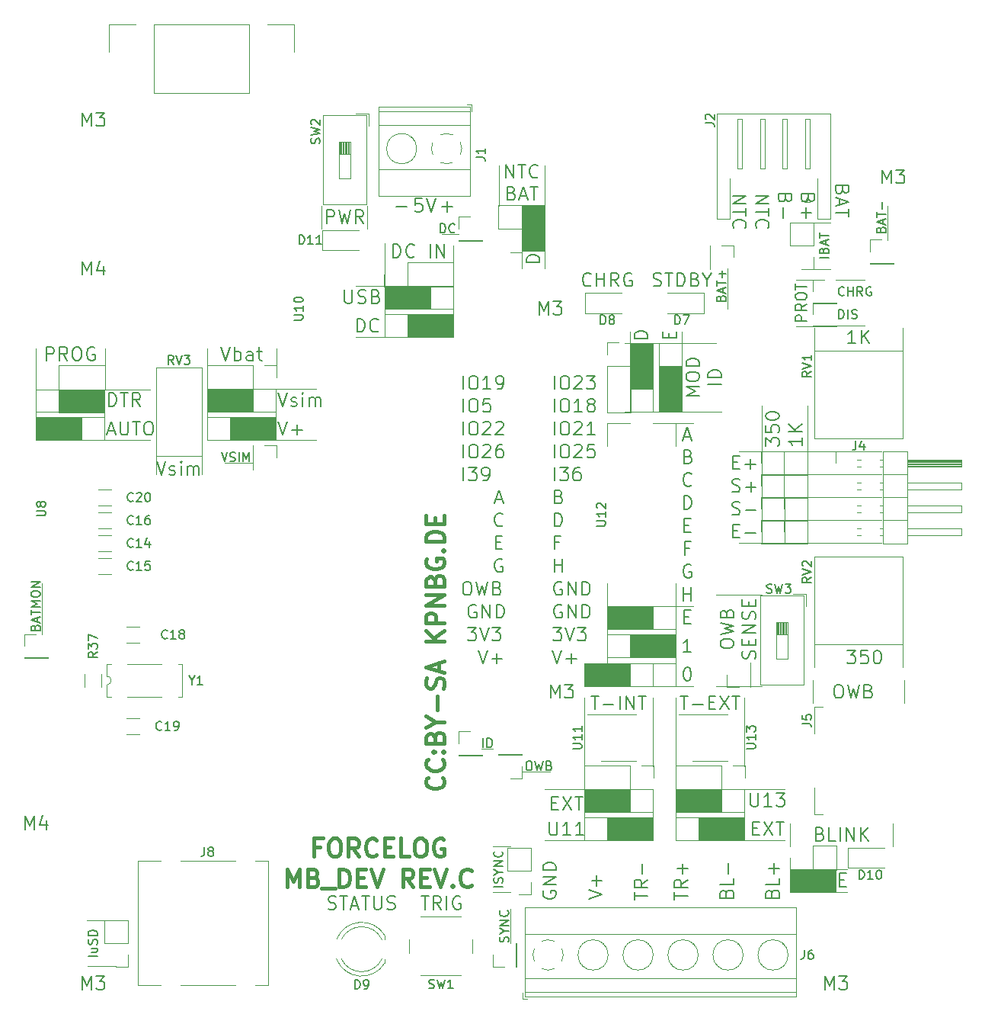
<source format=gbr>
%TF.GenerationSoftware,KiCad,Pcbnew,5.1.9*%
%TF.CreationDate,2021-01-12T21:48:28+01:00*%
%TF.ProjectId,pcb_motherboard_dev,7063625f-6d6f-4746-9865-72626f617264,rev?*%
%TF.SameCoordinates,Original*%
%TF.FileFunction,Legend,Top*%
%TF.FilePolarity,Positive*%
%FSLAX46Y46*%
G04 Gerber Fmt 4.6, Leading zero omitted, Abs format (unit mm)*
G04 Created by KiCad (PCBNEW 5.1.9) date 2021-01-12 21:48:28*
%MOMM*%
%LPD*%
G01*
G04 APERTURE LIST*
%ADD10C,0.120000*%
%ADD11C,0.200000*%
%ADD12C,0.100000*%
%ADD13C,0.400000*%
%ADD14C,0.150000*%
G04 APERTURE END LIST*
D10*
X92368399Y-59491429D02*
X92368399Y-56951429D01*
X97448399Y-59491429D02*
X97448399Y-56951429D01*
X81573399Y-85526429D02*
X84748399Y-85526429D01*
X155233399Y-60761429D02*
X155233399Y-56951429D01*
X87348399Y-74671429D02*
X87348399Y-72826429D01*
X79608399Y-72826429D02*
X79608399Y-74671429D01*
X147158399Y-70481429D02*
X147158399Y-73021429D01*
X156928399Y-70481429D02*
X156928399Y-73021429D01*
X147158399Y-108191429D02*
X147158399Y-105651429D01*
X156928399Y-108191429D02*
X156928399Y-105651429D01*
X146978399Y-112196429D02*
X146978399Y-109656429D01*
X157138399Y-112196429D02*
X157138399Y-109656429D01*
X111418399Y-117276429D02*
X110148399Y-117276429D01*
X152693399Y-70286429D02*
X149578399Y-70286429D01*
X152693399Y-65146429D02*
X149518399Y-65146429D01*
X146918399Y-70346429D02*
X145073399Y-70346429D01*
X146918399Y-65146429D02*
X145073399Y-65146429D01*
D11*
X146251256Y-69746429D02*
X145051256Y-69746429D01*
X145051256Y-69289286D01*
X145108399Y-69175000D01*
X145165541Y-69117857D01*
X145279827Y-69060714D01*
X145451256Y-69060714D01*
X145565541Y-69117857D01*
X145622684Y-69175000D01*
X145679827Y-69289286D01*
X145679827Y-69746429D01*
X146251256Y-67860714D02*
X145679827Y-68260714D01*
X146251256Y-68546429D02*
X145051256Y-68546429D01*
X145051256Y-68089286D01*
X145108399Y-67975000D01*
X145165541Y-67917857D01*
X145279827Y-67860714D01*
X145451256Y-67860714D01*
X145565541Y-67917857D01*
X145622684Y-67975000D01*
X145679827Y-68089286D01*
X145679827Y-68546429D01*
X145051256Y-67117857D02*
X145051256Y-66889286D01*
X145108399Y-66775000D01*
X145222684Y-66660714D01*
X145451256Y-66603571D01*
X145851256Y-66603571D01*
X146079827Y-66660714D01*
X146194113Y-66775000D01*
X146251256Y-66889286D01*
X146251256Y-67117857D01*
X146194113Y-67232143D01*
X146079827Y-67346429D01*
X145851256Y-67403571D01*
X145451256Y-67403571D01*
X145222684Y-67346429D01*
X145108399Y-67232143D01*
X145051256Y-67117857D01*
X145051256Y-66260714D02*
X145051256Y-65575000D01*
X146251256Y-65917857D02*
X145051256Y-65917857D01*
D10*
X99353399Y-61131429D02*
X99353399Y-64571429D01*
X107033399Y-63301429D02*
X107033399Y-61396429D01*
X147038399Y-58796429D02*
X148883399Y-58796429D01*
X148883399Y-63996429D02*
X147038399Y-63996429D01*
X66273399Y-136266429D02*
X68178399Y-136266429D01*
X66333399Y-141406429D02*
X69508399Y-141406429D01*
X113323399Y-133151429D02*
X111418399Y-133151429D01*
X113323399Y-128071429D02*
X111418399Y-128071429D01*
X68238399Y-80446429D02*
X65698399Y-80446429D01*
X73953399Y-84696429D02*
X73953399Y-86796429D01*
X79033399Y-84696429D02*
X79033399Y-86796429D01*
X79668399Y-80446429D02*
X82843399Y-80446429D01*
X87288399Y-77271429D02*
X87288399Y-82986429D01*
X79668399Y-79811429D02*
X87288399Y-79811429D01*
D12*
G36*
X87288399Y-82986429D02*
G01*
X82208399Y-82986429D01*
X82208399Y-80446429D01*
X87288399Y-80446429D01*
X87288399Y-82986429D01*
G37*
X87288399Y-82986429D02*
X82208399Y-82986429D01*
X82208399Y-80446429D01*
X87288399Y-80446429D01*
X87288399Y-82986429D01*
D10*
X79608399Y-82986429D02*
X79608399Y-77331429D01*
X79668399Y-82986429D02*
X91733399Y-82986429D01*
X84748399Y-77271429D02*
X91733399Y-77271429D01*
D11*
X119041256Y-98746429D02*
X118898399Y-98675000D01*
X118684113Y-98675000D01*
X118469827Y-98746429D01*
X118326970Y-98889286D01*
X118255541Y-99032143D01*
X118184113Y-99317857D01*
X118184113Y-99532143D01*
X118255541Y-99817857D01*
X118326970Y-99960714D01*
X118469827Y-100103571D01*
X118684113Y-100175000D01*
X118826970Y-100175000D01*
X119041256Y-100103571D01*
X119112684Y-100032143D01*
X119112684Y-99532143D01*
X118826970Y-99532143D01*
X119755541Y-100175000D02*
X119755541Y-98675000D01*
X120612684Y-100175000D01*
X120612684Y-98675000D01*
X121326970Y-100175000D02*
X121326970Y-98675000D01*
X121684113Y-98675000D01*
X121898399Y-98746429D01*
X122041256Y-98889286D01*
X122112684Y-99032143D01*
X122184113Y-99317857D01*
X122184113Y-99532143D01*
X122112684Y-99817857D01*
X122041256Y-99960714D01*
X121898399Y-100103571D01*
X121684113Y-100175000D01*
X121326970Y-100175000D01*
D10*
X60618399Y-76001429D02*
X60618399Y-72826429D01*
X121578399Y-119181429D02*
X121578399Y-111561429D01*
X129198399Y-119181429D02*
X129198399Y-111561429D01*
X131738399Y-119181429D02*
X131738399Y-111561429D01*
X139358399Y-119181429D02*
X139358399Y-111561429D01*
X117133399Y-52506429D02*
X117133399Y-56951429D01*
X112053399Y-56951429D02*
X112053399Y-52506429D01*
X155868399Y-128071429D02*
X155868399Y-125531429D01*
X144438399Y-128071429D02*
X144438399Y-125531429D01*
D11*
X138044827Y-55836429D02*
X139544827Y-55836429D01*
X138044827Y-56693571D01*
X139544827Y-56693571D01*
X139544827Y-57193571D02*
X139544827Y-58050714D01*
X138044827Y-57622143D02*
X139544827Y-57622143D01*
X138187684Y-59407857D02*
X138116256Y-59336429D01*
X138044827Y-59122143D01*
X138044827Y-58979286D01*
X138116256Y-58765000D01*
X138259113Y-58622143D01*
X138401970Y-58550714D01*
X138687684Y-58479286D01*
X138901970Y-58479286D01*
X139187684Y-58550714D01*
X139330541Y-58622143D01*
X139473399Y-58765000D01*
X139544827Y-58979286D01*
X139544827Y-59122143D01*
X139473399Y-59336429D01*
X139401970Y-59407857D01*
X140584827Y-55836429D02*
X142084827Y-55836429D01*
X140584827Y-56693571D01*
X142084827Y-56693571D01*
X142084827Y-57193571D02*
X142084827Y-58050714D01*
X140584827Y-57622143D02*
X142084827Y-57622143D01*
X140727684Y-59407857D02*
X140656256Y-59336429D01*
X140584827Y-59122143D01*
X140584827Y-58979286D01*
X140656256Y-58765000D01*
X140799113Y-58622143D01*
X140941970Y-58550714D01*
X141227684Y-58479286D01*
X141441970Y-58479286D01*
X141727684Y-58550714D01*
X141870541Y-58622143D01*
X142013399Y-58765000D01*
X142084827Y-58979286D01*
X142084827Y-59122143D01*
X142013399Y-59336429D01*
X141941970Y-59407857D01*
X143910541Y-56130000D02*
X143839113Y-56344286D01*
X143767684Y-56415714D01*
X143624827Y-56487143D01*
X143410541Y-56487143D01*
X143267684Y-56415714D01*
X143196256Y-56344286D01*
X143124827Y-56201429D01*
X143124827Y-55630000D01*
X144624827Y-55630000D01*
X144624827Y-56130000D01*
X144553399Y-56272857D01*
X144481970Y-56344286D01*
X144339113Y-56415714D01*
X144196256Y-56415714D01*
X144053399Y-56344286D01*
X143981970Y-56272857D01*
X143910541Y-56130000D01*
X143910541Y-55630000D01*
X143696256Y-57130000D02*
X143696256Y-58272857D01*
X146450541Y-56130000D02*
X146379113Y-56344286D01*
X146307684Y-56415714D01*
X146164827Y-56487143D01*
X145950541Y-56487143D01*
X145807684Y-56415714D01*
X145736256Y-56344286D01*
X145664827Y-56201429D01*
X145664827Y-55630000D01*
X147164827Y-55630000D01*
X147164827Y-56130000D01*
X147093399Y-56272857D01*
X147021970Y-56344286D01*
X146879113Y-56415714D01*
X146736256Y-56415714D01*
X146593399Y-56344286D01*
X146521970Y-56272857D01*
X146450541Y-56130000D01*
X146450541Y-55630000D01*
X146236256Y-57130000D02*
X146236256Y-58272857D01*
X145664827Y-57701429D02*
X146807684Y-57701429D01*
D10*
X136183399Y-110291429D02*
X141263399Y-110291429D01*
X136183399Y-100131429D02*
X141263399Y-100131429D01*
D11*
X136676970Y-105691429D02*
X136676970Y-105405714D01*
X136748399Y-105262857D01*
X136891256Y-105120000D01*
X137176970Y-105048571D01*
X137676970Y-105048571D01*
X137962684Y-105120000D01*
X138105541Y-105262857D01*
X138176970Y-105405714D01*
X138176970Y-105691429D01*
X138105541Y-105834286D01*
X137962684Y-105977143D01*
X137676970Y-106048571D01*
X137176970Y-106048571D01*
X136891256Y-105977143D01*
X136748399Y-105834286D01*
X136676970Y-105691429D01*
X136676970Y-104548571D02*
X138176970Y-104191429D01*
X137105541Y-103905714D01*
X138176970Y-103620000D01*
X136676970Y-103262857D01*
X137391256Y-102191429D02*
X137462684Y-101977143D01*
X137534113Y-101905714D01*
X137676970Y-101834286D01*
X137891256Y-101834286D01*
X138034113Y-101905714D01*
X138105541Y-101977143D01*
X138176970Y-102120000D01*
X138176970Y-102691429D01*
X136676970Y-102691429D01*
X136676970Y-102191429D01*
X136748399Y-102048571D01*
X136819827Y-101977143D01*
X136962684Y-101905714D01*
X137105541Y-101905714D01*
X137248399Y-101977143D01*
X137319827Y-102048571D01*
X137391256Y-102191429D01*
X137391256Y-102691429D01*
X140555541Y-107227143D02*
X140626970Y-107012857D01*
X140626970Y-106655714D01*
X140555541Y-106512857D01*
X140484113Y-106441429D01*
X140341256Y-106370000D01*
X140198399Y-106370000D01*
X140055541Y-106441429D01*
X139984113Y-106512857D01*
X139912684Y-106655714D01*
X139841256Y-106941429D01*
X139769827Y-107084286D01*
X139698399Y-107155714D01*
X139555541Y-107227143D01*
X139412684Y-107227143D01*
X139269827Y-107155714D01*
X139198399Y-107084286D01*
X139126970Y-106941429D01*
X139126970Y-106584286D01*
X139198399Y-106370000D01*
X139841256Y-105727143D02*
X139841256Y-105227143D01*
X140626970Y-105012857D02*
X140626970Y-105727143D01*
X139126970Y-105727143D01*
X139126970Y-105012857D01*
X140626970Y-104370000D02*
X139126970Y-104370000D01*
X140626970Y-103512857D01*
X139126970Y-103512857D01*
X140555541Y-102870000D02*
X140626970Y-102655714D01*
X140626970Y-102298571D01*
X140555541Y-102155714D01*
X140484113Y-102084286D01*
X140341256Y-102012857D01*
X140198399Y-102012857D01*
X140055541Y-102084286D01*
X139984113Y-102155714D01*
X139912684Y-102298571D01*
X139841256Y-102584286D01*
X139769827Y-102727143D01*
X139698399Y-102798571D01*
X139555541Y-102870000D01*
X139412684Y-102870000D01*
X139269827Y-102798571D01*
X139198399Y-102727143D01*
X139126970Y-102584286D01*
X139126970Y-102227143D01*
X139198399Y-102012857D01*
X139841256Y-101370000D02*
X139841256Y-100870000D01*
X140626970Y-100655714D02*
X140626970Y-101370000D01*
X139126970Y-101370000D01*
X139126970Y-100655714D01*
D10*
X117768399Y-119816429D02*
X114593399Y-119816429D01*
X149518399Y-133151429D02*
X150788399Y-133151429D01*
X149518399Y-130611429D02*
X150788399Y-130611429D01*
X114653399Y-61971429D02*
X114653399Y-63876429D01*
X117193399Y-61971429D02*
X117193399Y-63876429D01*
X117133399Y-127436429D02*
X121578399Y-127436429D01*
X117133399Y-121721429D02*
X121578399Y-121721429D01*
X143803399Y-121721429D02*
X139358399Y-121721429D01*
X143803399Y-127436429D02*
X139358399Y-127436429D01*
X129198399Y-121721429D02*
X126658399Y-121721429D01*
D12*
G36*
X126658399Y-124261429D02*
G01*
X121578399Y-124261429D01*
X121578399Y-121721429D01*
X126658399Y-121721429D01*
X126658399Y-124261429D01*
G37*
X126658399Y-124261429D02*
X121578399Y-124261429D01*
X121578399Y-121721429D01*
X126658399Y-121721429D01*
X126658399Y-124261429D01*
D10*
X121578399Y-127436429D02*
X121578399Y-124261429D01*
X126658399Y-124261429D02*
X129198399Y-124261429D01*
D12*
G36*
X129198399Y-127436429D02*
G01*
X124118399Y-127436429D01*
X124118399Y-124896429D01*
X129198399Y-124896429D01*
X129198399Y-127436429D01*
G37*
X129198399Y-127436429D02*
X124118399Y-127436429D01*
X124118399Y-124896429D01*
X129198399Y-124896429D01*
X129198399Y-127436429D01*
D10*
X121578399Y-127436429D02*
X124118399Y-127436429D01*
X129198399Y-124896429D02*
X129198399Y-121721429D01*
X121578399Y-124896429D02*
X124118399Y-124896429D01*
X131738399Y-127436429D02*
X134278399Y-127436429D01*
X131738399Y-124896429D02*
X134278399Y-124896429D01*
D12*
G36*
X139358399Y-127436429D02*
G01*
X134278399Y-127436429D01*
X134278399Y-124896429D01*
X139358399Y-124896429D01*
X139358399Y-127436429D01*
G37*
X139358399Y-127436429D02*
X134278399Y-127436429D01*
X134278399Y-124896429D01*
X139358399Y-124896429D01*
X139358399Y-127436429D01*
D10*
X131738399Y-127436429D02*
X131738399Y-124261429D01*
X139358399Y-121721429D02*
X136818399Y-121721429D01*
X139358399Y-124896429D02*
X139358399Y-121721429D01*
X136818399Y-124261429D02*
X139358399Y-124261429D01*
D12*
G36*
X136818399Y-124261429D02*
G01*
X131738399Y-124261429D01*
X131738399Y-121721429D01*
X136818399Y-121721429D01*
X136818399Y-124261429D01*
G37*
X136818399Y-124261429D02*
X131738399Y-124261429D01*
X131738399Y-121721429D01*
X136818399Y-121721429D01*
X136818399Y-124261429D01*
D11*
X140291256Y-126059286D02*
X140791256Y-126059286D01*
X141005541Y-126845000D02*
X140291256Y-126845000D01*
X140291256Y-125345000D01*
X141005541Y-125345000D01*
X141505541Y-125345000D02*
X142505541Y-126845000D01*
X142505541Y-125345000D02*
X141505541Y-126845000D01*
X142862684Y-125345000D02*
X143719827Y-125345000D01*
X143291256Y-126845000D02*
X143291256Y-125345000D01*
X140041256Y-122170000D02*
X140041256Y-123384286D01*
X140112684Y-123527143D01*
X140184113Y-123598571D01*
X140326970Y-123670000D01*
X140612684Y-123670000D01*
X140755541Y-123598571D01*
X140826970Y-123527143D01*
X140898399Y-123384286D01*
X140898399Y-122170000D01*
X142398399Y-123670000D02*
X141541256Y-123670000D01*
X141969827Y-123670000D02*
X141969827Y-122170000D01*
X141826970Y-122384286D01*
X141684113Y-122527143D01*
X141541256Y-122598571D01*
X142898399Y-122170000D02*
X143826970Y-122170000D01*
X143326970Y-122741429D01*
X143541256Y-122741429D01*
X143684113Y-122812857D01*
X143755541Y-122884286D01*
X143826970Y-123027143D01*
X143826970Y-123384286D01*
X143755541Y-123527143D01*
X143684113Y-123598571D01*
X143541256Y-123670000D01*
X143112684Y-123670000D01*
X142969827Y-123598571D01*
X142898399Y-123527143D01*
X122316970Y-111375000D02*
X123174113Y-111375000D01*
X122745541Y-112875000D02*
X122745541Y-111375000D01*
X123674113Y-112303571D02*
X124816970Y-112303571D01*
X125531256Y-112875000D02*
X125531256Y-111375000D01*
X126245541Y-112875000D02*
X126245541Y-111375000D01*
X127102684Y-112875000D01*
X127102684Y-111375000D01*
X127602684Y-111375000D02*
X128459827Y-111375000D01*
X128031256Y-112875000D02*
X128031256Y-111375000D01*
X81192684Y-72640000D02*
X81692684Y-74140000D01*
X82192684Y-72640000D01*
X82692684Y-74140000D02*
X82692684Y-72640000D01*
X82692684Y-73211429D02*
X82835541Y-73140000D01*
X83121256Y-73140000D01*
X83264113Y-73211429D01*
X83335541Y-73282857D01*
X83406970Y-73425714D01*
X83406970Y-73854286D01*
X83335541Y-73997143D01*
X83264113Y-74068571D01*
X83121256Y-74140000D01*
X82835541Y-74140000D01*
X82692684Y-74068571D01*
X84692684Y-74140000D02*
X84692684Y-73354286D01*
X84621256Y-73211429D01*
X84478399Y-73140000D01*
X84192684Y-73140000D01*
X84049827Y-73211429D01*
X84692684Y-74068571D02*
X84549827Y-74140000D01*
X84192684Y-74140000D01*
X84049827Y-74068571D01*
X83978399Y-73925714D01*
X83978399Y-73782857D01*
X84049827Y-73640000D01*
X84192684Y-73568571D01*
X84549827Y-73568571D01*
X84692684Y-73497143D01*
X85192684Y-73140000D02*
X85764113Y-73140000D01*
X85406970Y-72640000D02*
X85406970Y-73925714D01*
X85478399Y-74068571D01*
X85621256Y-74140000D01*
X85764113Y-74140000D01*
X61749827Y-74140000D02*
X61749827Y-72640000D01*
X62321256Y-72640000D01*
X62464113Y-72711429D01*
X62535541Y-72782857D01*
X62606970Y-72925714D01*
X62606970Y-73140000D01*
X62535541Y-73282857D01*
X62464113Y-73354286D01*
X62321256Y-73425714D01*
X61749827Y-73425714D01*
X64106970Y-74140000D02*
X63606970Y-73425714D01*
X63249827Y-74140000D02*
X63249827Y-72640000D01*
X63821256Y-72640000D01*
X63964113Y-72711429D01*
X64035541Y-72782857D01*
X64106970Y-72925714D01*
X64106970Y-73140000D01*
X64035541Y-73282857D01*
X63964113Y-73354286D01*
X63821256Y-73425714D01*
X63249827Y-73425714D01*
X65035541Y-72640000D02*
X65321256Y-72640000D01*
X65464113Y-72711429D01*
X65606970Y-72854286D01*
X65678399Y-73140000D01*
X65678399Y-73640000D01*
X65606970Y-73925714D01*
X65464113Y-74068571D01*
X65321256Y-74140000D01*
X65035541Y-74140000D01*
X64892684Y-74068571D01*
X64749827Y-73925714D01*
X64678399Y-73640000D01*
X64678399Y-73140000D01*
X64749827Y-72854286D01*
X64892684Y-72711429D01*
X65035541Y-72640000D01*
X67106970Y-72711429D02*
X66964113Y-72640000D01*
X66749827Y-72640000D01*
X66535541Y-72711429D01*
X66392684Y-72854286D01*
X66321256Y-72997143D01*
X66249827Y-73282857D01*
X66249827Y-73497143D01*
X66321256Y-73782857D01*
X66392684Y-73925714D01*
X66535541Y-74068571D01*
X66749827Y-74140000D01*
X66892684Y-74140000D01*
X67106970Y-74068571D01*
X67178399Y-73997143D01*
X67178399Y-73497143D01*
X66892684Y-73497143D01*
D10*
X60558399Y-77331429D02*
X73318399Y-77331429D01*
D11*
X134366970Y-78037143D02*
X132866970Y-78037143D01*
X133938399Y-77537143D01*
X132866970Y-77037143D01*
X134366970Y-77037143D01*
X132866970Y-76037143D02*
X132866970Y-75751429D01*
X132938399Y-75608571D01*
X133081256Y-75465714D01*
X133366970Y-75394286D01*
X133866970Y-75394286D01*
X134152684Y-75465714D01*
X134295541Y-75608571D01*
X134366970Y-75751429D01*
X134366970Y-76037143D01*
X134295541Y-76180000D01*
X134152684Y-76322857D01*
X133866970Y-76394286D01*
X133366970Y-76394286D01*
X133081256Y-76322857D01*
X132938399Y-76180000D01*
X132866970Y-76037143D01*
X134366970Y-74751429D02*
X132866970Y-74751429D01*
X132866970Y-74394286D01*
X132938399Y-74180000D01*
X133081256Y-74037143D01*
X133224113Y-73965714D01*
X133509827Y-73894286D01*
X133724113Y-73894286D01*
X134009827Y-73965714D01*
X134152684Y-74037143D01*
X134295541Y-74180000D01*
X134366970Y-74394286D01*
X134366970Y-74751429D01*
X136816970Y-76751429D02*
X135316970Y-76751429D01*
X136816970Y-76037143D02*
X135316970Y-76037143D01*
X135316970Y-75680000D01*
X135388399Y-75465714D01*
X135531256Y-75322857D01*
X135674113Y-75251429D01*
X135959827Y-75180000D01*
X136174113Y-75180000D01*
X136459827Y-75251429D01*
X136602684Y-75322857D01*
X136745541Y-75465714D01*
X136816970Y-75680000D01*
X136816970Y-76037143D01*
D10*
X99353399Y-65841429D02*
X96178399Y-65841429D01*
X132373399Y-72191429D02*
X132373399Y-70921429D01*
X126658399Y-72191429D02*
X126658399Y-70921429D01*
D11*
X138108399Y-93039286D02*
X138608399Y-93039286D01*
X138822684Y-93825000D02*
X138108399Y-93825000D01*
X138108399Y-92325000D01*
X138822684Y-92325000D01*
X139465541Y-93253571D02*
X140608399Y-93253571D01*
X138001256Y-91213571D02*
X138215541Y-91285000D01*
X138572684Y-91285000D01*
X138715541Y-91213571D01*
X138786970Y-91142143D01*
X138858399Y-90999286D01*
X138858399Y-90856429D01*
X138786970Y-90713571D01*
X138715541Y-90642143D01*
X138572684Y-90570714D01*
X138286970Y-90499286D01*
X138144113Y-90427857D01*
X138072684Y-90356429D01*
X138001256Y-90213571D01*
X138001256Y-90070714D01*
X138072684Y-89927857D01*
X138144113Y-89856429D01*
X138286970Y-89785000D01*
X138644113Y-89785000D01*
X138858399Y-89856429D01*
X139501256Y-90713571D02*
X140644113Y-90713571D01*
X138001256Y-88673571D02*
X138215541Y-88745000D01*
X138572684Y-88745000D01*
X138715541Y-88673571D01*
X138786970Y-88602143D01*
X138858399Y-88459286D01*
X138858399Y-88316429D01*
X138786970Y-88173571D01*
X138715541Y-88102143D01*
X138572684Y-88030714D01*
X138286970Y-87959286D01*
X138144113Y-87887857D01*
X138072684Y-87816429D01*
X138001256Y-87673571D01*
X138001256Y-87530714D01*
X138072684Y-87387857D01*
X138144113Y-87316429D01*
X138286970Y-87245000D01*
X138644113Y-87245000D01*
X138858399Y-87316429D01*
X139501256Y-88173571D02*
X140644113Y-88173571D01*
X140072684Y-88745000D02*
X140072684Y-87602143D01*
X138108399Y-85419286D02*
X138608399Y-85419286D01*
X138822684Y-86205000D02*
X138108399Y-86205000D01*
X138108399Y-84705000D01*
X138822684Y-84705000D01*
X139465541Y-85633571D02*
X140608399Y-85633571D01*
X140036970Y-86205000D02*
X140036970Y-85062143D01*
X74029113Y-85340000D02*
X74529113Y-86840000D01*
X75029113Y-85340000D01*
X75457684Y-86768571D02*
X75600541Y-86840000D01*
X75886256Y-86840000D01*
X76029113Y-86768571D01*
X76100541Y-86625714D01*
X76100541Y-86554286D01*
X76029113Y-86411429D01*
X75886256Y-86340000D01*
X75671970Y-86340000D01*
X75529113Y-86268571D01*
X75457684Y-86125714D01*
X75457684Y-86054286D01*
X75529113Y-85911429D01*
X75671970Y-85840000D01*
X75886256Y-85840000D01*
X76029113Y-85911429D01*
X76743399Y-86840000D02*
X76743399Y-85840000D01*
X76743399Y-85340000D02*
X76671970Y-85411429D01*
X76743399Y-85482857D01*
X76814827Y-85411429D01*
X76743399Y-85340000D01*
X76743399Y-85482857D01*
X77457684Y-86840000D02*
X77457684Y-85840000D01*
X77457684Y-85982857D02*
X77529113Y-85911429D01*
X77671970Y-85840000D01*
X77886256Y-85840000D01*
X78029113Y-85911429D01*
X78100541Y-86054286D01*
X78100541Y-86840000D01*
X78100541Y-86054286D02*
X78171970Y-85911429D01*
X78314827Y-85840000D01*
X78529113Y-85840000D01*
X78671970Y-85911429D01*
X78743399Y-86054286D01*
X78743399Y-86840000D01*
D10*
X137453399Y-63936429D02*
X137453399Y-68381429D01*
X131738399Y-110291429D02*
X133643399Y-110291429D01*
X99353399Y-71556429D02*
X96178399Y-71556429D01*
X133643399Y-81081429D02*
X131738399Y-81081429D01*
X131738399Y-101401429D02*
X133643399Y-101401429D01*
D11*
X133472684Y-87967143D02*
X133401256Y-88038571D01*
X133186970Y-88110000D01*
X133044113Y-88110000D01*
X132829827Y-88038571D01*
X132686970Y-87895714D01*
X132615541Y-87752857D01*
X132544113Y-87467143D01*
X132544113Y-87252857D01*
X132615541Y-86967143D01*
X132686970Y-86824286D01*
X132829827Y-86681429D01*
X133044113Y-86610000D01*
X133186970Y-86610000D01*
X133401256Y-86681429D01*
X133472684Y-86752857D01*
X132615541Y-90650000D02*
X132615541Y-89150000D01*
X132972684Y-89150000D01*
X133186970Y-89221429D01*
X133329827Y-89364286D01*
X133401256Y-89507143D01*
X133472684Y-89792857D01*
X133472684Y-90007143D01*
X133401256Y-90292857D01*
X133329827Y-90435714D01*
X133186970Y-90578571D01*
X132972684Y-90650000D01*
X132615541Y-90650000D01*
X133401256Y-96841429D02*
X133258399Y-96770000D01*
X133044113Y-96770000D01*
X132829827Y-96841429D01*
X132686970Y-96984286D01*
X132615541Y-97127143D01*
X132544113Y-97412857D01*
X132544113Y-97627143D01*
X132615541Y-97912857D01*
X132686970Y-98055714D01*
X132829827Y-98198571D01*
X133044113Y-98270000D01*
X133186970Y-98270000D01*
X133401256Y-98198571D01*
X133472684Y-98127143D01*
X133472684Y-97627143D01*
X133186970Y-97627143D01*
X132651256Y-82601429D02*
X133365541Y-82601429D01*
X132508399Y-83030000D02*
X133008399Y-81530000D01*
X133508399Y-83030000D01*
X133222684Y-94944286D02*
X132722684Y-94944286D01*
X132722684Y-95730000D02*
X132722684Y-94230000D01*
X133436970Y-94230000D01*
X133115541Y-84784286D02*
X133329827Y-84855714D01*
X133401256Y-84927143D01*
X133472684Y-85070000D01*
X133472684Y-85284286D01*
X133401256Y-85427143D01*
X133329827Y-85498571D01*
X133186970Y-85570000D01*
X132615541Y-85570000D01*
X132615541Y-84070000D01*
X133115541Y-84070000D01*
X133258399Y-84141429D01*
X133329827Y-84212857D01*
X133401256Y-84355714D01*
X133401256Y-84498571D01*
X133329827Y-84641429D01*
X133258399Y-84712857D01*
X133115541Y-84784286D01*
X132615541Y-84784286D01*
X132579827Y-100810000D02*
X132579827Y-99310000D01*
X132579827Y-100024286D02*
X133436970Y-100024286D01*
X133436970Y-100810000D02*
X133436970Y-99310000D01*
X132686970Y-92404286D02*
X133186970Y-92404286D01*
X133401256Y-93190000D02*
X132686970Y-93190000D01*
X132686970Y-91690000D01*
X133401256Y-91690000D01*
D13*
X105782684Y-120433809D02*
X105877922Y-120529048D01*
X105973160Y-120814762D01*
X105973160Y-121005238D01*
X105877922Y-121290952D01*
X105687446Y-121481429D01*
X105496970Y-121576667D01*
X105116018Y-121671905D01*
X104830303Y-121671905D01*
X104449351Y-121576667D01*
X104258875Y-121481429D01*
X104068399Y-121290952D01*
X103973160Y-121005238D01*
X103973160Y-120814762D01*
X104068399Y-120529048D01*
X104163637Y-120433809D01*
X105782684Y-118433809D02*
X105877922Y-118529048D01*
X105973160Y-118814762D01*
X105973160Y-119005238D01*
X105877922Y-119290952D01*
X105687446Y-119481429D01*
X105496970Y-119576667D01*
X105116018Y-119671905D01*
X104830303Y-119671905D01*
X104449351Y-119576667D01*
X104258875Y-119481429D01*
X104068399Y-119290952D01*
X103973160Y-119005238D01*
X103973160Y-118814762D01*
X104068399Y-118529048D01*
X104163637Y-118433809D01*
X105782684Y-117576667D02*
X105877922Y-117481429D01*
X105973160Y-117576667D01*
X105877922Y-117671905D01*
X105782684Y-117576667D01*
X105973160Y-117576667D01*
X104735065Y-117576667D02*
X104830303Y-117481429D01*
X104925541Y-117576667D01*
X104830303Y-117671905D01*
X104735065Y-117576667D01*
X104925541Y-117576667D01*
X104925541Y-115957619D02*
X105020779Y-115671905D01*
X105116018Y-115576667D01*
X105306494Y-115481429D01*
X105592208Y-115481429D01*
X105782684Y-115576667D01*
X105877922Y-115671905D01*
X105973160Y-115862381D01*
X105973160Y-116624286D01*
X103973160Y-116624286D01*
X103973160Y-115957619D01*
X104068399Y-115767143D01*
X104163637Y-115671905D01*
X104354113Y-115576667D01*
X104544589Y-115576667D01*
X104735065Y-115671905D01*
X104830303Y-115767143D01*
X104925541Y-115957619D01*
X104925541Y-116624286D01*
X105020779Y-114243333D02*
X105973160Y-114243333D01*
X103973160Y-114910000D02*
X105020779Y-114243333D01*
X103973160Y-113576667D01*
X105211256Y-112910000D02*
X105211256Y-111386190D01*
X105877922Y-110529048D02*
X105973160Y-110243333D01*
X105973160Y-109767143D01*
X105877922Y-109576667D01*
X105782684Y-109481429D01*
X105592208Y-109386190D01*
X105401732Y-109386190D01*
X105211256Y-109481429D01*
X105116018Y-109576667D01*
X105020779Y-109767143D01*
X104925541Y-110148095D01*
X104830303Y-110338571D01*
X104735065Y-110433809D01*
X104544589Y-110529048D01*
X104354113Y-110529048D01*
X104163637Y-110433809D01*
X104068399Y-110338571D01*
X103973160Y-110148095D01*
X103973160Y-109671905D01*
X104068399Y-109386190D01*
X105401732Y-108624286D02*
X105401732Y-107671905D01*
X105973160Y-108814762D02*
X103973160Y-108148095D01*
X105973160Y-107481429D01*
X105973160Y-105290952D02*
X103973160Y-105290952D01*
X105973160Y-104148095D02*
X104830303Y-105005238D01*
X103973160Y-104148095D02*
X105116018Y-105290952D01*
X105973160Y-103290952D02*
X103973160Y-103290952D01*
X103973160Y-102529048D01*
X104068399Y-102338571D01*
X104163637Y-102243333D01*
X104354113Y-102148095D01*
X104639827Y-102148095D01*
X104830303Y-102243333D01*
X104925541Y-102338571D01*
X105020779Y-102529048D01*
X105020779Y-103290952D01*
X105973160Y-101290952D02*
X103973160Y-101290952D01*
X105973160Y-100148095D01*
X103973160Y-100148095D01*
X104925541Y-98529048D02*
X105020779Y-98243333D01*
X105116018Y-98148095D01*
X105306494Y-98052857D01*
X105592208Y-98052857D01*
X105782684Y-98148095D01*
X105877922Y-98243333D01*
X105973160Y-98433809D01*
X105973160Y-99195714D01*
X103973160Y-99195714D01*
X103973160Y-98529048D01*
X104068399Y-98338571D01*
X104163637Y-98243333D01*
X104354113Y-98148095D01*
X104544589Y-98148095D01*
X104735065Y-98243333D01*
X104830303Y-98338571D01*
X104925541Y-98529048D01*
X104925541Y-99195714D01*
X104068399Y-96148095D02*
X103973160Y-96338571D01*
X103973160Y-96624286D01*
X104068399Y-96910000D01*
X104258875Y-97100476D01*
X104449351Y-97195714D01*
X104830303Y-97290952D01*
X105116018Y-97290952D01*
X105496970Y-97195714D01*
X105687446Y-97100476D01*
X105877922Y-96910000D01*
X105973160Y-96624286D01*
X105973160Y-96433809D01*
X105877922Y-96148095D01*
X105782684Y-96052857D01*
X105116018Y-96052857D01*
X105116018Y-96433809D01*
X105782684Y-95195714D02*
X105877922Y-95100476D01*
X105973160Y-95195714D01*
X105877922Y-95290952D01*
X105782684Y-95195714D01*
X105973160Y-95195714D01*
X105973160Y-94243333D02*
X103973160Y-94243333D01*
X103973160Y-93767143D01*
X104068399Y-93481429D01*
X104258875Y-93290952D01*
X104449351Y-93195714D01*
X104830303Y-93100476D01*
X105116018Y-93100476D01*
X105496970Y-93195714D01*
X105687446Y-93290952D01*
X105877922Y-93481429D01*
X105973160Y-93767143D01*
X105973160Y-94243333D01*
X104925541Y-92243333D02*
X104925541Y-91576667D01*
X105973160Y-91290952D02*
X105973160Y-92243333D01*
X103973160Y-92243333D01*
X103973160Y-91290952D01*
X92194589Y-128133571D02*
X91527922Y-128133571D01*
X91527922Y-129181190D02*
X91527922Y-127181190D01*
X92480303Y-127181190D01*
X93623160Y-127181190D02*
X94004113Y-127181190D01*
X94194589Y-127276429D01*
X94385065Y-127466905D01*
X94480303Y-127847857D01*
X94480303Y-128514524D01*
X94385065Y-128895476D01*
X94194589Y-129085952D01*
X94004113Y-129181190D01*
X93623160Y-129181190D01*
X93432684Y-129085952D01*
X93242208Y-128895476D01*
X93146970Y-128514524D01*
X93146970Y-127847857D01*
X93242208Y-127466905D01*
X93432684Y-127276429D01*
X93623160Y-127181190D01*
X96480303Y-129181190D02*
X95813637Y-128228809D01*
X95337446Y-129181190D02*
X95337446Y-127181190D01*
X96099351Y-127181190D01*
X96289827Y-127276429D01*
X96385065Y-127371667D01*
X96480303Y-127562143D01*
X96480303Y-127847857D01*
X96385065Y-128038333D01*
X96289827Y-128133571D01*
X96099351Y-128228809D01*
X95337446Y-128228809D01*
X98480303Y-128990714D02*
X98385065Y-129085952D01*
X98099351Y-129181190D01*
X97908875Y-129181190D01*
X97623160Y-129085952D01*
X97432684Y-128895476D01*
X97337446Y-128705000D01*
X97242208Y-128324048D01*
X97242208Y-128038333D01*
X97337446Y-127657381D01*
X97432684Y-127466905D01*
X97623160Y-127276429D01*
X97908875Y-127181190D01*
X98099351Y-127181190D01*
X98385065Y-127276429D01*
X98480303Y-127371667D01*
X99337446Y-128133571D02*
X100004113Y-128133571D01*
X100289827Y-129181190D02*
X99337446Y-129181190D01*
X99337446Y-127181190D01*
X100289827Y-127181190D01*
X102099351Y-129181190D02*
X101146970Y-129181190D01*
X101146970Y-127181190D01*
X103146970Y-127181190D02*
X103527922Y-127181190D01*
X103718399Y-127276429D01*
X103908875Y-127466905D01*
X104004113Y-127847857D01*
X104004113Y-128514524D01*
X103908875Y-128895476D01*
X103718399Y-129085952D01*
X103527922Y-129181190D01*
X103146970Y-129181190D01*
X102956494Y-129085952D01*
X102766018Y-128895476D01*
X102670779Y-128514524D01*
X102670779Y-127847857D01*
X102766018Y-127466905D01*
X102956494Y-127276429D01*
X103146970Y-127181190D01*
X105908875Y-127276429D02*
X105718399Y-127181190D01*
X105432684Y-127181190D01*
X105146970Y-127276429D01*
X104956494Y-127466905D01*
X104861256Y-127657381D01*
X104766018Y-128038333D01*
X104766018Y-128324048D01*
X104861256Y-128705000D01*
X104956494Y-128895476D01*
X105146970Y-129085952D01*
X105432684Y-129181190D01*
X105623160Y-129181190D01*
X105908875Y-129085952D01*
X106004113Y-128990714D01*
X106004113Y-128324048D01*
X105623160Y-128324048D01*
X88527922Y-132581190D02*
X88527922Y-130581190D01*
X89194589Y-132009762D01*
X89861256Y-130581190D01*
X89861256Y-132581190D01*
X91480303Y-131533571D02*
X91766018Y-131628809D01*
X91861256Y-131724048D01*
X91956494Y-131914524D01*
X91956494Y-132200238D01*
X91861256Y-132390714D01*
X91766018Y-132485952D01*
X91575541Y-132581190D01*
X90813637Y-132581190D01*
X90813637Y-130581190D01*
X91480303Y-130581190D01*
X91670779Y-130676429D01*
X91766018Y-130771667D01*
X91861256Y-130962143D01*
X91861256Y-131152619D01*
X91766018Y-131343095D01*
X91670779Y-131438333D01*
X91480303Y-131533571D01*
X90813637Y-131533571D01*
X92337446Y-132771667D02*
X93861256Y-132771667D01*
X94337446Y-132581190D02*
X94337446Y-130581190D01*
X94813637Y-130581190D01*
X95099351Y-130676429D01*
X95289827Y-130866905D01*
X95385065Y-131057381D01*
X95480303Y-131438333D01*
X95480303Y-131724048D01*
X95385065Y-132105000D01*
X95289827Y-132295476D01*
X95099351Y-132485952D01*
X94813637Y-132581190D01*
X94337446Y-132581190D01*
X96337446Y-131533571D02*
X97004113Y-131533571D01*
X97289827Y-132581190D02*
X96337446Y-132581190D01*
X96337446Y-130581190D01*
X97289827Y-130581190D01*
X97861256Y-130581190D02*
X98527922Y-132581190D01*
X99194589Y-130581190D01*
X102527922Y-132581190D02*
X101861256Y-131628809D01*
X101385065Y-132581190D02*
X101385065Y-130581190D01*
X102146970Y-130581190D01*
X102337446Y-130676429D01*
X102432684Y-130771667D01*
X102527922Y-130962143D01*
X102527922Y-131247857D01*
X102432684Y-131438333D01*
X102337446Y-131533571D01*
X102146970Y-131628809D01*
X101385065Y-131628809D01*
X103385065Y-131533571D02*
X104051732Y-131533571D01*
X104337446Y-132581190D02*
X103385065Y-132581190D01*
X103385065Y-130581190D01*
X104337446Y-130581190D01*
X104908875Y-130581190D02*
X105575541Y-132581190D01*
X106242208Y-130581190D01*
X106908875Y-132390714D02*
X107004113Y-132485952D01*
X106908875Y-132581190D01*
X106813637Y-132485952D01*
X106908875Y-132390714D01*
X106908875Y-132581190D01*
X109004113Y-132390714D02*
X108908875Y-132485952D01*
X108623160Y-132581190D01*
X108432684Y-132581190D01*
X108146970Y-132485952D01*
X107956494Y-132295476D01*
X107861256Y-132105000D01*
X107766018Y-131724048D01*
X107766018Y-131438333D01*
X107861256Y-131057381D01*
X107956494Y-130866905D01*
X108146970Y-130676429D01*
X108432684Y-130581190D01*
X108623160Y-130581190D01*
X108908875Y-130676429D01*
X109004113Y-130771667D01*
D11*
X108415541Y-98675000D02*
X108701256Y-98675000D01*
X108844113Y-98746429D01*
X108986970Y-98889286D01*
X109058399Y-99175000D01*
X109058399Y-99675000D01*
X108986970Y-99960714D01*
X108844113Y-100103571D01*
X108701256Y-100175000D01*
X108415541Y-100175000D01*
X108272684Y-100103571D01*
X108129827Y-99960714D01*
X108058399Y-99675000D01*
X108058399Y-99175000D01*
X108129827Y-98889286D01*
X108272684Y-98746429D01*
X108415541Y-98675000D01*
X109558399Y-98675000D02*
X109915541Y-100175000D01*
X110201256Y-99103571D01*
X110486970Y-100175000D01*
X110844113Y-98675000D01*
X111915541Y-99389286D02*
X112129827Y-99460714D01*
X112201256Y-99532143D01*
X112272684Y-99675000D01*
X112272684Y-99889286D01*
X112201256Y-100032143D01*
X112129827Y-100103571D01*
X111986970Y-100175000D01*
X111415541Y-100175000D01*
X111415541Y-98675000D01*
X111915541Y-98675000D01*
X112058399Y-98746429D01*
X112129827Y-98817857D01*
X112201256Y-98960714D01*
X112201256Y-99103571D01*
X112129827Y-99246429D01*
X112058399Y-99317857D01*
X111915541Y-99389286D01*
X111415541Y-99389286D01*
X111696256Y-89586429D02*
X112410541Y-89586429D01*
X111553399Y-90015000D02*
X112053399Y-88515000D01*
X112553399Y-90015000D01*
X112517684Y-92412143D02*
X112446256Y-92483571D01*
X112231970Y-92555000D01*
X112089113Y-92555000D01*
X111874827Y-92483571D01*
X111731970Y-92340714D01*
X111660541Y-92197857D01*
X111589113Y-91912143D01*
X111589113Y-91697857D01*
X111660541Y-91412143D01*
X111731970Y-91269286D01*
X111874827Y-91126429D01*
X112089113Y-91055000D01*
X112231970Y-91055000D01*
X112446256Y-91126429D01*
X112517684Y-91197857D01*
X111731970Y-94309286D02*
X112231970Y-94309286D01*
X112446256Y-95095000D02*
X111731970Y-95095000D01*
X111731970Y-93595000D01*
X112446256Y-93595000D01*
X112446256Y-96206429D02*
X112303399Y-96135000D01*
X112089113Y-96135000D01*
X111874827Y-96206429D01*
X111731970Y-96349286D01*
X111660541Y-96492143D01*
X111589113Y-96777857D01*
X111589113Y-96992143D01*
X111660541Y-97277857D01*
X111731970Y-97420714D01*
X111874827Y-97563571D01*
X112089113Y-97635000D01*
X112231970Y-97635000D01*
X112446256Y-97563571D01*
X112517684Y-97492143D01*
X112517684Y-96992143D01*
X112231970Y-96992143D01*
X118255541Y-87475000D02*
X118255541Y-85975000D01*
X118826970Y-85975000D02*
X119755541Y-85975000D01*
X119255541Y-86546429D01*
X119469827Y-86546429D01*
X119612684Y-86617857D01*
X119684113Y-86689286D01*
X119755541Y-86832143D01*
X119755541Y-87189286D01*
X119684113Y-87332143D01*
X119612684Y-87403571D01*
X119469827Y-87475000D01*
X119041256Y-87475000D01*
X118898399Y-87403571D01*
X118826970Y-87332143D01*
X121041256Y-85975000D02*
X120755541Y-85975000D01*
X120612684Y-86046429D01*
X120541256Y-86117857D01*
X120398399Y-86332143D01*
X120326970Y-86617857D01*
X120326970Y-87189286D01*
X120398399Y-87332143D01*
X120469827Y-87403571D01*
X120612684Y-87475000D01*
X120898399Y-87475000D01*
X121041256Y-87403571D01*
X121112684Y-87332143D01*
X121184113Y-87189286D01*
X121184113Y-86832143D01*
X121112684Y-86689286D01*
X121041256Y-86617857D01*
X120898399Y-86546429D01*
X120612684Y-86546429D01*
X120469827Y-86617857D01*
X120398399Y-86689286D01*
X120326970Y-86832143D01*
X118255541Y-84935000D02*
X118255541Y-83435000D01*
X119255541Y-83435000D02*
X119541256Y-83435000D01*
X119684113Y-83506429D01*
X119826970Y-83649286D01*
X119898399Y-83935000D01*
X119898399Y-84435000D01*
X119826970Y-84720714D01*
X119684113Y-84863571D01*
X119541256Y-84935000D01*
X119255541Y-84935000D01*
X119112684Y-84863571D01*
X118969827Y-84720714D01*
X118898399Y-84435000D01*
X118898399Y-83935000D01*
X118969827Y-83649286D01*
X119112684Y-83506429D01*
X119255541Y-83435000D01*
X120469827Y-83577857D02*
X120541256Y-83506429D01*
X120684113Y-83435000D01*
X121041256Y-83435000D01*
X121184113Y-83506429D01*
X121255541Y-83577857D01*
X121326970Y-83720714D01*
X121326970Y-83863571D01*
X121255541Y-84077857D01*
X120398399Y-84935000D01*
X121326970Y-84935000D01*
X122684113Y-83435000D02*
X121969827Y-83435000D01*
X121898399Y-84149286D01*
X121969827Y-84077857D01*
X122112684Y-84006429D01*
X122469827Y-84006429D01*
X122612684Y-84077857D01*
X122684113Y-84149286D01*
X122755541Y-84292143D01*
X122755541Y-84649286D01*
X122684113Y-84792143D01*
X122612684Y-84863571D01*
X122469827Y-84935000D01*
X122112684Y-84935000D01*
X121969827Y-84863571D01*
X121898399Y-84792143D01*
X118255541Y-82395000D02*
X118255541Y-80895000D01*
X119255541Y-80895000D02*
X119541256Y-80895000D01*
X119684113Y-80966429D01*
X119826970Y-81109286D01*
X119898399Y-81395000D01*
X119898399Y-81895000D01*
X119826970Y-82180714D01*
X119684113Y-82323571D01*
X119541256Y-82395000D01*
X119255541Y-82395000D01*
X119112684Y-82323571D01*
X118969827Y-82180714D01*
X118898399Y-81895000D01*
X118898399Y-81395000D01*
X118969827Y-81109286D01*
X119112684Y-80966429D01*
X119255541Y-80895000D01*
X120469827Y-81037857D02*
X120541256Y-80966429D01*
X120684113Y-80895000D01*
X121041256Y-80895000D01*
X121184113Y-80966429D01*
X121255541Y-81037857D01*
X121326970Y-81180714D01*
X121326970Y-81323571D01*
X121255541Y-81537857D01*
X120398399Y-82395000D01*
X121326970Y-82395000D01*
X122755541Y-82395000D02*
X121898399Y-82395000D01*
X122326970Y-82395000D02*
X122326970Y-80895000D01*
X122184113Y-81109286D01*
X122041256Y-81252143D01*
X121898399Y-81323571D01*
X118255541Y-79855000D02*
X118255541Y-78355000D01*
X119255541Y-78355000D02*
X119541256Y-78355000D01*
X119684113Y-78426429D01*
X119826970Y-78569286D01*
X119898399Y-78855000D01*
X119898399Y-79355000D01*
X119826970Y-79640714D01*
X119684113Y-79783571D01*
X119541256Y-79855000D01*
X119255541Y-79855000D01*
X119112684Y-79783571D01*
X118969827Y-79640714D01*
X118898399Y-79355000D01*
X118898399Y-78855000D01*
X118969827Y-78569286D01*
X119112684Y-78426429D01*
X119255541Y-78355000D01*
X121326970Y-79855000D02*
X120469827Y-79855000D01*
X120898399Y-79855000D02*
X120898399Y-78355000D01*
X120755541Y-78569286D01*
X120612684Y-78712143D01*
X120469827Y-78783571D01*
X122184113Y-78997857D02*
X122041256Y-78926429D01*
X121969827Y-78855000D01*
X121898399Y-78712143D01*
X121898399Y-78640714D01*
X121969827Y-78497857D01*
X122041256Y-78426429D01*
X122184113Y-78355000D01*
X122469827Y-78355000D01*
X122612684Y-78426429D01*
X122684113Y-78497857D01*
X122755541Y-78640714D01*
X122755541Y-78712143D01*
X122684113Y-78855000D01*
X122612684Y-78926429D01*
X122469827Y-78997857D01*
X122184113Y-78997857D01*
X122041256Y-79069286D01*
X121969827Y-79140714D01*
X121898399Y-79283571D01*
X121898399Y-79569286D01*
X121969827Y-79712143D01*
X122041256Y-79783571D01*
X122184113Y-79855000D01*
X122469827Y-79855000D01*
X122612684Y-79783571D01*
X122684113Y-79712143D01*
X122755541Y-79569286D01*
X122755541Y-79283571D01*
X122684113Y-79140714D01*
X122612684Y-79069286D01*
X122469827Y-78997857D01*
X118255541Y-77315000D02*
X118255541Y-75815000D01*
X119255541Y-75815000D02*
X119541256Y-75815000D01*
X119684113Y-75886429D01*
X119826970Y-76029286D01*
X119898399Y-76315000D01*
X119898399Y-76815000D01*
X119826970Y-77100714D01*
X119684113Y-77243571D01*
X119541256Y-77315000D01*
X119255541Y-77315000D01*
X119112684Y-77243571D01*
X118969827Y-77100714D01*
X118898399Y-76815000D01*
X118898399Y-76315000D01*
X118969827Y-76029286D01*
X119112684Y-75886429D01*
X119255541Y-75815000D01*
X120469827Y-75957857D02*
X120541256Y-75886429D01*
X120684113Y-75815000D01*
X121041256Y-75815000D01*
X121184113Y-75886429D01*
X121255541Y-75957857D01*
X121326970Y-76100714D01*
X121326970Y-76243571D01*
X121255541Y-76457857D01*
X120398399Y-77315000D01*
X121326970Y-77315000D01*
X121826970Y-75815000D02*
X122755541Y-75815000D01*
X122255541Y-76386429D01*
X122469827Y-76386429D01*
X122612684Y-76457857D01*
X122684113Y-76529286D01*
X122755541Y-76672143D01*
X122755541Y-77029286D01*
X122684113Y-77172143D01*
X122612684Y-77243571D01*
X122469827Y-77315000D01*
X122041256Y-77315000D01*
X121898399Y-77243571D01*
X121826970Y-77172143D01*
X118112684Y-103755000D02*
X119041256Y-103755000D01*
X118541256Y-104326429D01*
X118755541Y-104326429D01*
X118898399Y-104397857D01*
X118969827Y-104469286D01*
X119041256Y-104612143D01*
X119041256Y-104969286D01*
X118969827Y-105112143D01*
X118898399Y-105183571D01*
X118755541Y-105255000D01*
X118326970Y-105255000D01*
X118184113Y-105183571D01*
X118112684Y-105112143D01*
X119469827Y-103755000D02*
X119969827Y-105255000D01*
X120469827Y-103755000D01*
X120826970Y-103755000D02*
X121755541Y-103755000D01*
X121255541Y-104326429D01*
X121469827Y-104326429D01*
X121612684Y-104397857D01*
X121684113Y-104469286D01*
X121755541Y-104612143D01*
X121755541Y-104969286D01*
X121684113Y-105112143D01*
X121612684Y-105183571D01*
X121469827Y-105255000D01*
X121041256Y-105255000D01*
X120898399Y-105183571D01*
X120826970Y-105112143D01*
X119041256Y-101286429D02*
X118898399Y-101215000D01*
X118684113Y-101215000D01*
X118469827Y-101286429D01*
X118326970Y-101429286D01*
X118255541Y-101572143D01*
X118184113Y-101857857D01*
X118184113Y-102072143D01*
X118255541Y-102357857D01*
X118326970Y-102500714D01*
X118469827Y-102643571D01*
X118684113Y-102715000D01*
X118826970Y-102715000D01*
X119041256Y-102643571D01*
X119112684Y-102572143D01*
X119112684Y-102072143D01*
X118826970Y-102072143D01*
X119755541Y-102715000D02*
X119755541Y-101215000D01*
X120612684Y-102715000D01*
X120612684Y-101215000D01*
X121326970Y-102715000D02*
X121326970Y-101215000D01*
X121684113Y-101215000D01*
X121898399Y-101286429D01*
X122041256Y-101429286D01*
X122112684Y-101572143D01*
X122184113Y-101857857D01*
X122184113Y-102072143D01*
X122112684Y-102357857D01*
X122041256Y-102500714D01*
X121898399Y-102643571D01*
X121684113Y-102715000D01*
X121326970Y-102715000D01*
X118041256Y-106295000D02*
X118541256Y-107795000D01*
X119041256Y-106295000D01*
X119541256Y-107223571D02*
X120684113Y-107223571D01*
X120112684Y-107795000D02*
X120112684Y-106652143D01*
X109516256Y-101286429D02*
X109373399Y-101215000D01*
X109159113Y-101215000D01*
X108944827Y-101286429D01*
X108801970Y-101429286D01*
X108730541Y-101572143D01*
X108659113Y-101857857D01*
X108659113Y-102072143D01*
X108730541Y-102357857D01*
X108801970Y-102500714D01*
X108944827Y-102643571D01*
X109159113Y-102715000D01*
X109301970Y-102715000D01*
X109516256Y-102643571D01*
X109587684Y-102572143D01*
X109587684Y-102072143D01*
X109301970Y-102072143D01*
X110230541Y-102715000D02*
X110230541Y-101215000D01*
X111087684Y-102715000D01*
X111087684Y-101215000D01*
X111801970Y-102715000D02*
X111801970Y-101215000D01*
X112159113Y-101215000D01*
X112373399Y-101286429D01*
X112516256Y-101429286D01*
X112587684Y-101572143D01*
X112659113Y-101857857D01*
X112659113Y-102072143D01*
X112587684Y-102357857D01*
X112516256Y-102500714D01*
X112373399Y-102643571D01*
X112159113Y-102715000D01*
X111801970Y-102715000D01*
X109786256Y-106295000D02*
X110286256Y-107795000D01*
X110786256Y-106295000D01*
X111286256Y-107223571D02*
X112429113Y-107223571D01*
X111857684Y-107795000D02*
X111857684Y-106652143D01*
X108587684Y-103755000D02*
X109516256Y-103755000D01*
X109016256Y-104326429D01*
X109230541Y-104326429D01*
X109373399Y-104397857D01*
X109444827Y-104469286D01*
X109516256Y-104612143D01*
X109516256Y-104969286D01*
X109444827Y-105112143D01*
X109373399Y-105183571D01*
X109230541Y-105255000D01*
X108801970Y-105255000D01*
X108659113Y-105183571D01*
X108587684Y-105112143D01*
X109944827Y-103755000D02*
X110444827Y-105255000D01*
X110944827Y-103755000D01*
X111301970Y-103755000D02*
X112230541Y-103755000D01*
X111730541Y-104326429D01*
X111944827Y-104326429D01*
X112087684Y-104397857D01*
X112159113Y-104469286D01*
X112230541Y-104612143D01*
X112230541Y-104969286D01*
X112159113Y-105112143D01*
X112087684Y-105183571D01*
X111944827Y-105255000D01*
X111516256Y-105255000D01*
X111373399Y-105183571D01*
X111301970Y-105112143D01*
X118755541Y-89229286D02*
X118969827Y-89300714D01*
X119041256Y-89372143D01*
X119112684Y-89515000D01*
X119112684Y-89729286D01*
X119041256Y-89872143D01*
X118969827Y-89943571D01*
X118826970Y-90015000D01*
X118255541Y-90015000D01*
X118255541Y-88515000D01*
X118755541Y-88515000D01*
X118898399Y-88586429D01*
X118969827Y-88657857D01*
X119041256Y-88800714D01*
X119041256Y-88943571D01*
X118969827Y-89086429D01*
X118898399Y-89157857D01*
X118755541Y-89229286D01*
X118255541Y-89229286D01*
X118255541Y-92555000D02*
X118255541Y-91055000D01*
X118612684Y-91055000D01*
X118826970Y-91126429D01*
X118969827Y-91269286D01*
X119041256Y-91412143D01*
X119112684Y-91697857D01*
X119112684Y-91912143D01*
X119041256Y-92197857D01*
X118969827Y-92340714D01*
X118826970Y-92483571D01*
X118612684Y-92555000D01*
X118255541Y-92555000D01*
X118755541Y-94309286D02*
X118255541Y-94309286D01*
X118255541Y-95095000D02*
X118255541Y-93595000D01*
X118969827Y-93595000D01*
X118255541Y-97635000D02*
X118255541Y-96135000D01*
X118255541Y-96849286D02*
X119112684Y-96849286D01*
X119112684Y-97635000D02*
X119112684Y-96135000D01*
X108095541Y-87475000D02*
X108095541Y-85975000D01*
X108666970Y-85975000D02*
X109595541Y-85975000D01*
X109095541Y-86546429D01*
X109309827Y-86546429D01*
X109452684Y-86617857D01*
X109524113Y-86689286D01*
X109595541Y-86832143D01*
X109595541Y-87189286D01*
X109524113Y-87332143D01*
X109452684Y-87403571D01*
X109309827Y-87475000D01*
X108881256Y-87475000D01*
X108738399Y-87403571D01*
X108666970Y-87332143D01*
X110309827Y-87475000D02*
X110595541Y-87475000D01*
X110738399Y-87403571D01*
X110809827Y-87332143D01*
X110952684Y-87117857D01*
X111024113Y-86832143D01*
X111024113Y-86260714D01*
X110952684Y-86117857D01*
X110881256Y-86046429D01*
X110738399Y-85975000D01*
X110452684Y-85975000D01*
X110309827Y-86046429D01*
X110238399Y-86117857D01*
X110166970Y-86260714D01*
X110166970Y-86617857D01*
X110238399Y-86760714D01*
X110309827Y-86832143D01*
X110452684Y-86903571D01*
X110738399Y-86903571D01*
X110881256Y-86832143D01*
X110952684Y-86760714D01*
X111024113Y-86617857D01*
X108095541Y-84935000D02*
X108095541Y-83435000D01*
X109095541Y-83435000D02*
X109381256Y-83435000D01*
X109524113Y-83506429D01*
X109666970Y-83649286D01*
X109738399Y-83935000D01*
X109738399Y-84435000D01*
X109666970Y-84720714D01*
X109524113Y-84863571D01*
X109381256Y-84935000D01*
X109095541Y-84935000D01*
X108952684Y-84863571D01*
X108809827Y-84720714D01*
X108738399Y-84435000D01*
X108738399Y-83935000D01*
X108809827Y-83649286D01*
X108952684Y-83506429D01*
X109095541Y-83435000D01*
X110309827Y-83577857D02*
X110381256Y-83506429D01*
X110524113Y-83435000D01*
X110881256Y-83435000D01*
X111024113Y-83506429D01*
X111095541Y-83577857D01*
X111166970Y-83720714D01*
X111166970Y-83863571D01*
X111095541Y-84077857D01*
X110238399Y-84935000D01*
X111166970Y-84935000D01*
X112452684Y-83435000D02*
X112166970Y-83435000D01*
X112024113Y-83506429D01*
X111952684Y-83577857D01*
X111809827Y-83792143D01*
X111738399Y-84077857D01*
X111738399Y-84649286D01*
X111809827Y-84792143D01*
X111881256Y-84863571D01*
X112024113Y-84935000D01*
X112309827Y-84935000D01*
X112452684Y-84863571D01*
X112524113Y-84792143D01*
X112595541Y-84649286D01*
X112595541Y-84292143D01*
X112524113Y-84149286D01*
X112452684Y-84077857D01*
X112309827Y-84006429D01*
X112024113Y-84006429D01*
X111881256Y-84077857D01*
X111809827Y-84149286D01*
X111738399Y-84292143D01*
X108095541Y-82395000D02*
X108095541Y-80895000D01*
X109095541Y-80895000D02*
X109381256Y-80895000D01*
X109524113Y-80966429D01*
X109666970Y-81109286D01*
X109738399Y-81395000D01*
X109738399Y-81895000D01*
X109666970Y-82180714D01*
X109524113Y-82323571D01*
X109381256Y-82395000D01*
X109095541Y-82395000D01*
X108952684Y-82323571D01*
X108809827Y-82180714D01*
X108738399Y-81895000D01*
X108738399Y-81395000D01*
X108809827Y-81109286D01*
X108952684Y-80966429D01*
X109095541Y-80895000D01*
X110309827Y-81037857D02*
X110381256Y-80966429D01*
X110524113Y-80895000D01*
X110881256Y-80895000D01*
X111024113Y-80966429D01*
X111095541Y-81037857D01*
X111166970Y-81180714D01*
X111166970Y-81323571D01*
X111095541Y-81537857D01*
X110238399Y-82395000D01*
X111166970Y-82395000D01*
X111738399Y-81037857D02*
X111809827Y-80966429D01*
X111952684Y-80895000D01*
X112309827Y-80895000D01*
X112452684Y-80966429D01*
X112524113Y-81037857D01*
X112595541Y-81180714D01*
X112595541Y-81323571D01*
X112524113Y-81537857D01*
X111666970Y-82395000D01*
X112595541Y-82395000D01*
X108095541Y-79855000D02*
X108095541Y-78355000D01*
X109095541Y-78355000D02*
X109381256Y-78355000D01*
X109524113Y-78426429D01*
X109666970Y-78569286D01*
X109738399Y-78855000D01*
X109738399Y-79355000D01*
X109666970Y-79640714D01*
X109524113Y-79783571D01*
X109381256Y-79855000D01*
X109095541Y-79855000D01*
X108952684Y-79783571D01*
X108809827Y-79640714D01*
X108738399Y-79355000D01*
X108738399Y-78855000D01*
X108809827Y-78569286D01*
X108952684Y-78426429D01*
X109095541Y-78355000D01*
X111095541Y-78355000D02*
X110381256Y-78355000D01*
X110309827Y-79069286D01*
X110381256Y-78997857D01*
X110524113Y-78926429D01*
X110881256Y-78926429D01*
X111024113Y-78997857D01*
X111095541Y-79069286D01*
X111166970Y-79212143D01*
X111166970Y-79569286D01*
X111095541Y-79712143D01*
X111024113Y-79783571D01*
X110881256Y-79855000D01*
X110524113Y-79855000D01*
X110381256Y-79783571D01*
X110309827Y-79712143D01*
X108095541Y-77315000D02*
X108095541Y-75815000D01*
X109095541Y-75815000D02*
X109381256Y-75815000D01*
X109524113Y-75886429D01*
X109666970Y-76029286D01*
X109738399Y-76315000D01*
X109738399Y-76815000D01*
X109666970Y-77100714D01*
X109524113Y-77243571D01*
X109381256Y-77315000D01*
X109095541Y-77315000D01*
X108952684Y-77243571D01*
X108809827Y-77100714D01*
X108738399Y-76815000D01*
X108738399Y-76315000D01*
X108809827Y-76029286D01*
X108952684Y-75886429D01*
X109095541Y-75815000D01*
X111166970Y-77315000D02*
X110309827Y-77315000D01*
X110738399Y-77315000D02*
X110738399Y-75815000D01*
X110595541Y-76029286D01*
X110452684Y-76172143D01*
X110309827Y-76243571D01*
X111881256Y-77315000D02*
X112166970Y-77315000D01*
X112309827Y-77243571D01*
X112381256Y-77172143D01*
X112524113Y-76957857D01*
X112595541Y-76672143D01*
X112595541Y-76100714D01*
X112524113Y-75957857D01*
X112452684Y-75886429D01*
X112309827Y-75815000D01*
X112024113Y-75815000D01*
X111881256Y-75886429D01*
X111809827Y-75957857D01*
X111738399Y-76100714D01*
X111738399Y-76457857D01*
X111809827Y-76600714D01*
X111881256Y-76672143D01*
X112024113Y-76743571D01*
X112309827Y-76743571D01*
X112452684Y-76672143D01*
X112524113Y-76600714D01*
X112595541Y-76457857D01*
X149673399Y-110105000D02*
X149959113Y-110105000D01*
X150101970Y-110176429D01*
X150244827Y-110319286D01*
X150316256Y-110605000D01*
X150316256Y-111105000D01*
X150244827Y-111390714D01*
X150101970Y-111533571D01*
X149959113Y-111605000D01*
X149673399Y-111605000D01*
X149530541Y-111533571D01*
X149387684Y-111390714D01*
X149316256Y-111105000D01*
X149316256Y-110605000D01*
X149387684Y-110319286D01*
X149530541Y-110176429D01*
X149673399Y-110105000D01*
X150816256Y-110105000D02*
X151173399Y-111605000D01*
X151459113Y-110533571D01*
X151744827Y-111605000D01*
X152101970Y-110105000D01*
X153173399Y-110819286D02*
X153387684Y-110890714D01*
X153459113Y-110962143D01*
X153530541Y-111105000D01*
X153530541Y-111319286D01*
X153459113Y-111462143D01*
X153387684Y-111533571D01*
X153244827Y-111605000D01*
X152673399Y-111605000D01*
X152673399Y-110105000D01*
X153173399Y-110105000D01*
X153316256Y-110176429D01*
X153387684Y-110247857D01*
X153459113Y-110390714D01*
X153459113Y-110533571D01*
X153387684Y-110676429D01*
X153316256Y-110747857D01*
X153173399Y-110819286D01*
X152673399Y-110819286D01*
D10*
X141263399Y-91876429D02*
X154598399Y-91876429D01*
X141263399Y-89336429D02*
X154598399Y-89336429D01*
X141203399Y-86736429D02*
X154598399Y-86796429D01*
X154598399Y-84256429D02*
X138723399Y-84256429D01*
X141263399Y-94416429D02*
X141263399Y-79176429D01*
X154598399Y-94416429D02*
X138723399Y-94416429D01*
X146343399Y-79176429D02*
X146343399Y-94416429D01*
X143803399Y-94416429D02*
X143743399Y-84196429D01*
D11*
X59404113Y-126210000D02*
X59404113Y-124710000D01*
X59904113Y-125781429D01*
X60404113Y-124710000D01*
X60404113Y-126210000D01*
X61761256Y-125210000D02*
X61761256Y-126210000D01*
X61404113Y-124638571D02*
X61046970Y-125710000D01*
X61975541Y-125710000D01*
X117824113Y-111605000D02*
X117824113Y-110105000D01*
X118324113Y-111176429D01*
X118824113Y-110105000D01*
X118824113Y-111605000D01*
X119395541Y-110105000D02*
X120324113Y-110105000D01*
X119824113Y-110676429D01*
X120038399Y-110676429D01*
X120181256Y-110747857D01*
X120252684Y-110819286D01*
X120324113Y-110962143D01*
X120324113Y-111319286D01*
X120252684Y-111462143D01*
X120181256Y-111533571D01*
X120038399Y-111605000D01*
X119609827Y-111605000D01*
X119466970Y-111533571D01*
X119395541Y-111462143D01*
X116554113Y-69060000D02*
X116554113Y-67560000D01*
X117054113Y-68631429D01*
X117554113Y-67560000D01*
X117554113Y-69060000D01*
X118125541Y-67560000D02*
X119054113Y-67560000D01*
X118554113Y-68131429D01*
X118768399Y-68131429D01*
X118911256Y-68202857D01*
X118982684Y-68274286D01*
X119054113Y-68417143D01*
X119054113Y-68774286D01*
X118982684Y-68917143D01*
X118911256Y-68988571D01*
X118768399Y-69060000D01*
X118339827Y-69060000D01*
X118196970Y-68988571D01*
X118125541Y-68917143D01*
X154654113Y-54455000D02*
X154654113Y-52955000D01*
X155154113Y-54026429D01*
X155654113Y-52955000D01*
X155654113Y-54455000D01*
X156225541Y-52955000D02*
X157154113Y-52955000D01*
X156654113Y-53526429D01*
X156868399Y-53526429D01*
X157011256Y-53597857D01*
X157082684Y-53669286D01*
X157154113Y-53812143D01*
X157154113Y-54169286D01*
X157082684Y-54312143D01*
X157011256Y-54383571D01*
X156868399Y-54455000D01*
X156439827Y-54455000D01*
X156296970Y-54383571D01*
X156225541Y-54312143D01*
X65754113Y-48105000D02*
X65754113Y-46605000D01*
X66254113Y-47676429D01*
X66754113Y-46605000D01*
X66754113Y-48105000D01*
X67325541Y-46605000D02*
X68254113Y-46605000D01*
X67754113Y-47176429D01*
X67968399Y-47176429D01*
X68111256Y-47247857D01*
X68182684Y-47319286D01*
X68254113Y-47462143D01*
X68254113Y-47819286D01*
X68182684Y-47962143D01*
X68111256Y-48033571D01*
X67968399Y-48105000D01*
X67539827Y-48105000D01*
X67396970Y-48033571D01*
X67325541Y-47962143D01*
X65754113Y-143990000D02*
X65754113Y-142490000D01*
X66254113Y-143561429D01*
X66754113Y-142490000D01*
X66754113Y-143990000D01*
X67325541Y-142490000D02*
X68254113Y-142490000D01*
X67754113Y-143061429D01*
X67968399Y-143061429D01*
X68111256Y-143132857D01*
X68182684Y-143204286D01*
X68254113Y-143347143D01*
X68254113Y-143704286D01*
X68182684Y-143847143D01*
X68111256Y-143918571D01*
X67968399Y-143990000D01*
X67539827Y-143990000D01*
X67396970Y-143918571D01*
X67325541Y-143847143D01*
X148304113Y-143990000D02*
X148304113Y-142490000D01*
X148804113Y-143561429D01*
X149304113Y-142490000D01*
X149304113Y-143990000D01*
X149875541Y-142490000D02*
X150804113Y-142490000D01*
X150304113Y-143061429D01*
X150518399Y-143061429D01*
X150661256Y-143132857D01*
X150732684Y-143204286D01*
X150804113Y-143347143D01*
X150804113Y-143704286D01*
X150732684Y-143847143D01*
X150661256Y-143918571D01*
X150518399Y-143990000D01*
X150089827Y-143990000D01*
X149946970Y-143918571D01*
X149875541Y-143847143D01*
X65754113Y-64615000D02*
X65754113Y-63115000D01*
X66254113Y-64186429D01*
X66754113Y-63115000D01*
X66754113Y-64615000D01*
X68111256Y-63615000D02*
X68111256Y-64615000D01*
X67754113Y-63043571D02*
X67396970Y-64115000D01*
X68325541Y-64115000D01*
X150764827Y-106295000D02*
X151693399Y-106295000D01*
X151193399Y-106866429D01*
X151407684Y-106866429D01*
X151550541Y-106937857D01*
X151621970Y-107009286D01*
X151693399Y-107152143D01*
X151693399Y-107509286D01*
X151621970Y-107652143D01*
X151550541Y-107723571D01*
X151407684Y-107795000D01*
X150979113Y-107795000D01*
X150836256Y-107723571D01*
X150764827Y-107652143D01*
X153050541Y-106295000D02*
X152336256Y-106295000D01*
X152264827Y-107009286D01*
X152336256Y-106937857D01*
X152479113Y-106866429D01*
X152836256Y-106866429D01*
X152979113Y-106937857D01*
X153050541Y-107009286D01*
X153121970Y-107152143D01*
X153121970Y-107509286D01*
X153050541Y-107652143D01*
X152979113Y-107723571D01*
X152836256Y-107795000D01*
X152479113Y-107795000D01*
X152336256Y-107723571D01*
X152264827Y-107652143D01*
X154050541Y-106295000D02*
X154193399Y-106295000D01*
X154336256Y-106366429D01*
X154407684Y-106437857D01*
X154479113Y-106580714D01*
X154550541Y-106866429D01*
X154550541Y-107223571D01*
X154479113Y-107509286D01*
X154407684Y-107652143D01*
X154336256Y-107723571D01*
X154193399Y-107795000D01*
X154050541Y-107795000D01*
X153907684Y-107723571D01*
X153836256Y-107652143D01*
X153764827Y-107509286D01*
X153693399Y-107223571D01*
X153693399Y-106866429D01*
X153764827Y-106580714D01*
X153836256Y-106437857D01*
X153907684Y-106366429D01*
X154050541Y-106295000D01*
X151736970Y-72235000D02*
X150879827Y-72235000D01*
X151308399Y-72235000D02*
X151308399Y-70735000D01*
X151165541Y-70949286D01*
X151022684Y-71092143D01*
X150879827Y-71163571D01*
X152379827Y-72235000D02*
X152379827Y-70735000D01*
X153236970Y-72235000D02*
X152594113Y-71377857D01*
X153236970Y-70735000D02*
X152379827Y-71592143D01*
X132226970Y-111375000D02*
X133084113Y-111375000D01*
X132655541Y-112875000D02*
X132655541Y-111375000D01*
X133584113Y-112303571D02*
X134726970Y-112303571D01*
X135441256Y-112089286D02*
X135941256Y-112089286D01*
X136155541Y-112875000D02*
X135441256Y-112875000D01*
X135441256Y-111375000D01*
X136155541Y-111375000D01*
X136655541Y-111375000D02*
X137655541Y-112875000D01*
X137655541Y-111375000D02*
X136655541Y-112875000D01*
X138012684Y-111375000D02*
X138869827Y-111375000D01*
X138441256Y-112875000D02*
X138441256Y-111375000D01*
X117689256Y-125345000D02*
X117689256Y-126559286D01*
X117760684Y-126702143D01*
X117832113Y-126773571D01*
X117974970Y-126845000D01*
X118260684Y-126845000D01*
X118403541Y-126773571D01*
X118474970Y-126702143D01*
X118546399Y-126559286D01*
X118546399Y-125345000D01*
X120046399Y-126845000D02*
X119189256Y-126845000D01*
X119617827Y-126845000D02*
X119617827Y-125345000D01*
X119474970Y-125559286D01*
X119332113Y-125702143D01*
X119189256Y-125773571D01*
X121474970Y-126845000D02*
X120617827Y-126845000D01*
X121046399Y-126845000D02*
X121046399Y-125345000D01*
X120903541Y-125559286D01*
X120760684Y-125702143D01*
X120617827Y-125773571D01*
X117939256Y-123265286D02*
X118439256Y-123265286D01*
X118653541Y-124051000D02*
X117939256Y-124051000D01*
X117939256Y-122551000D01*
X118653541Y-122551000D01*
X119153541Y-122551000D02*
X120153541Y-124051000D01*
X120153541Y-122551000D02*
X119153541Y-124051000D01*
X120510684Y-122551000D02*
X121367827Y-122551000D01*
X120939256Y-124051000D02*
X120939256Y-122551000D01*
D10*
X113323399Y-135056429D02*
X113323399Y-138866429D01*
X105703399Y-60126429D02*
X107608399Y-60126429D01*
X61253399Y-98861429D02*
X61253399Y-104576429D01*
D11*
X130996256Y-71623857D02*
X130996256Y-71123857D01*
X131781970Y-70909571D02*
X131781970Y-71623857D01*
X130281970Y-71623857D01*
X130281970Y-70909571D01*
X128606970Y-71695286D02*
X127106970Y-71695286D01*
X127106970Y-71338143D01*
X127178399Y-71123857D01*
X127321256Y-70981000D01*
X127464113Y-70909571D01*
X127749827Y-70838143D01*
X127964113Y-70838143D01*
X128249827Y-70909571D01*
X128392684Y-70981000D01*
X128535541Y-71123857D01*
X128606970Y-71338143D01*
X128606970Y-71695286D01*
D10*
X129833399Y-74731429D02*
X129833399Y-72191429D01*
D12*
G36*
X132373399Y-79811429D02*
G01*
X129833399Y-79811429D01*
X129833399Y-74731429D01*
X132373399Y-74731429D01*
X132373399Y-79811429D01*
G37*
X132373399Y-79811429D02*
X129833399Y-79811429D01*
X129833399Y-74731429D01*
X132373399Y-74731429D01*
X132373399Y-79811429D01*
D10*
X126023399Y-72191429D02*
X136183399Y-72191429D01*
X132373399Y-72191429D02*
X132373399Y-74731429D01*
X126658399Y-79811429D02*
X126658399Y-77271429D01*
X129198399Y-79811429D02*
X129198399Y-77271429D01*
D12*
G36*
X129198399Y-77271429D02*
G01*
X126658399Y-77271429D01*
X126658399Y-72191429D01*
X129198399Y-72191429D01*
X129198399Y-77271429D01*
G37*
X129198399Y-77271429D02*
X126658399Y-77271429D01*
X126658399Y-72191429D01*
X129198399Y-72191429D01*
X129198399Y-77271429D01*
D10*
X126023399Y-79811429D02*
X136818399Y-79811429D01*
D11*
X68725541Y-79220000D02*
X68725541Y-77720000D01*
X69082684Y-77720000D01*
X69296970Y-77791429D01*
X69439827Y-77934286D01*
X69511256Y-78077143D01*
X69582684Y-78362857D01*
X69582684Y-78577143D01*
X69511256Y-78862857D01*
X69439827Y-79005714D01*
X69296970Y-79148571D01*
X69082684Y-79220000D01*
X68725541Y-79220000D01*
X70011256Y-77720000D02*
X70868399Y-77720000D01*
X70439827Y-79220000D02*
X70439827Y-77720000D01*
X72225541Y-79220000D02*
X71725541Y-78505714D01*
X71368399Y-79220000D02*
X71368399Y-77720000D01*
X71939827Y-77720000D01*
X72082684Y-77791429D01*
X72154113Y-77862857D01*
X72225541Y-78005714D01*
X72225541Y-78220000D01*
X72154113Y-78362857D01*
X72082684Y-78434286D01*
X71939827Y-78505714D01*
X71368399Y-78505714D01*
X68654113Y-81966429D02*
X69368399Y-81966429D01*
X68511256Y-82395000D02*
X69011256Y-80895000D01*
X69511256Y-82395000D01*
X70011256Y-80895000D02*
X70011256Y-82109286D01*
X70082684Y-82252143D01*
X70154113Y-82323571D01*
X70296970Y-82395000D01*
X70582684Y-82395000D01*
X70725541Y-82323571D01*
X70796970Y-82252143D01*
X70868399Y-82109286D01*
X70868399Y-80895000D01*
X71368399Y-80895000D02*
X72225541Y-80895000D01*
X71796970Y-82395000D02*
X71796970Y-80895000D01*
X73011256Y-80895000D02*
X73296970Y-80895000D01*
X73439827Y-80966429D01*
X73582684Y-81109286D01*
X73654113Y-81395000D01*
X73654113Y-81895000D01*
X73582684Y-82180714D01*
X73439827Y-82323571D01*
X73296970Y-82395000D01*
X73011256Y-82395000D01*
X72868399Y-82323571D01*
X72725541Y-82180714D01*
X72654113Y-81895000D01*
X72654113Y-81395000D01*
X72725541Y-81109286D01*
X72868399Y-80966429D01*
X73011256Y-80895000D01*
D10*
X60558399Y-82986429D02*
X60558399Y-77331429D01*
X63158399Y-79811429D02*
X60618399Y-79811429D01*
D12*
G36*
X68238399Y-79871429D02*
G01*
X63158399Y-79871429D01*
X63158399Y-77331429D01*
X68238399Y-77331429D01*
X68238399Y-79871429D01*
G37*
X68238399Y-79871429D02*
X63158399Y-79871429D01*
X63158399Y-77331429D01*
X68238399Y-77331429D01*
X68238399Y-79871429D01*
D10*
X68298399Y-74671429D02*
X68298399Y-72826429D01*
X63098399Y-82986429D02*
X60558399Y-82986429D01*
D12*
G36*
X65698399Y-82986429D02*
G01*
X60618399Y-82986429D01*
X60618399Y-80446429D01*
X65698399Y-80446429D01*
X65698399Y-82986429D01*
G37*
X65698399Y-82986429D02*
X60618399Y-82986429D01*
X60618399Y-80446429D01*
X65698399Y-80446429D01*
X65698399Y-82986429D01*
D10*
X73318399Y-82986429D02*
X60558399Y-82986429D01*
X68238399Y-79871429D02*
X68238399Y-82986429D01*
D11*
X87561256Y-77720000D02*
X88061256Y-79220000D01*
X88561256Y-77720000D01*
X88989827Y-79148571D02*
X89132684Y-79220000D01*
X89418399Y-79220000D01*
X89561256Y-79148571D01*
X89632684Y-79005714D01*
X89632684Y-78934286D01*
X89561256Y-78791429D01*
X89418399Y-78720000D01*
X89204113Y-78720000D01*
X89061256Y-78648571D01*
X88989827Y-78505714D01*
X88989827Y-78434286D01*
X89061256Y-78291429D01*
X89204113Y-78220000D01*
X89418399Y-78220000D01*
X89561256Y-78291429D01*
X90275541Y-79220000D02*
X90275541Y-78220000D01*
X90275541Y-77720000D02*
X90204113Y-77791429D01*
X90275541Y-77862857D01*
X90346970Y-77791429D01*
X90275541Y-77720000D01*
X90275541Y-77862857D01*
X90989827Y-79220000D02*
X90989827Y-78220000D01*
X90989827Y-78362857D02*
X91061256Y-78291429D01*
X91204113Y-78220000D01*
X91418399Y-78220000D01*
X91561256Y-78291429D01*
X91632684Y-78434286D01*
X91632684Y-79220000D01*
X91632684Y-78434286D02*
X91704113Y-78291429D01*
X91846970Y-78220000D01*
X92061256Y-78220000D01*
X92204113Y-78291429D01*
X92275541Y-78434286D01*
X92275541Y-79220000D01*
X87561256Y-80895000D02*
X88061256Y-82395000D01*
X88561256Y-80895000D01*
X89061256Y-81823571D02*
X90204113Y-81823571D01*
X89632684Y-82395000D02*
X89632684Y-81252143D01*
D12*
G36*
X106973399Y-71556429D02*
G01*
X101893399Y-71556429D01*
X101893399Y-69016429D01*
X106973399Y-69016429D01*
X106973399Y-71556429D01*
G37*
X106973399Y-71556429D02*
X101893399Y-71556429D01*
X101893399Y-69016429D01*
X106973399Y-69016429D01*
X106973399Y-71556429D01*
G36*
X84748399Y-79811429D02*
G01*
X79668399Y-79811429D01*
X79668399Y-77271429D01*
X84748399Y-77271429D01*
X84748399Y-79811429D01*
G37*
X84748399Y-79811429D02*
X79668399Y-79811429D01*
X79668399Y-77271429D01*
X84748399Y-77271429D01*
X84748399Y-79811429D01*
G36*
X149518399Y-133151429D02*
G01*
X144438399Y-133151429D01*
X144438399Y-130611429D01*
X149518399Y-130611429D01*
X149518399Y-133151429D01*
G37*
X149518399Y-133151429D02*
X144438399Y-133151429D01*
X144438399Y-130611429D01*
X149518399Y-130611429D01*
X149518399Y-133151429D01*
D11*
X149958970Y-131774286D02*
X150458970Y-131774286D01*
X150673256Y-132560000D02*
X149958970Y-132560000D01*
X149958970Y-131060000D01*
X150673256Y-131060000D01*
X132936970Y-108200000D02*
X133079827Y-108200000D01*
X133222684Y-108271429D01*
X133294113Y-108342857D01*
X133365541Y-108485714D01*
X133436970Y-108771429D01*
X133436970Y-109128571D01*
X133365541Y-109414286D01*
X133294113Y-109557143D01*
X133222684Y-109628571D01*
X133079827Y-109700000D01*
X132936970Y-109700000D01*
X132794113Y-109628571D01*
X132722684Y-109557143D01*
X132651256Y-109414286D01*
X132579827Y-109128571D01*
X132579827Y-108771429D01*
X132651256Y-108485714D01*
X132722684Y-108342857D01*
X132794113Y-108271429D01*
X132936970Y-108200000D01*
X133436970Y-106525000D02*
X132579827Y-106525000D01*
X133008399Y-106525000D02*
X133008399Y-105025000D01*
X132865541Y-105239286D01*
X132722684Y-105382143D01*
X132579827Y-105453571D01*
X132686970Y-102564286D02*
X133186970Y-102564286D01*
X133401256Y-103350000D02*
X132686970Y-103350000D01*
X132686970Y-101850000D01*
X133401256Y-101850000D01*
X116601970Y-63253286D02*
X115101970Y-63253286D01*
X115101970Y-62896143D01*
X115173399Y-62681857D01*
X115316256Y-62539000D01*
X115459113Y-62467571D01*
X115744827Y-62396143D01*
X115959113Y-62396143D01*
X116244827Y-62467571D01*
X116387684Y-62539000D01*
X116530541Y-62681857D01*
X116601970Y-62896143D01*
X116601970Y-63253286D01*
D12*
G36*
X117193399Y-61971429D02*
G01*
X114653399Y-61971429D01*
X114653399Y-56891429D01*
X117193399Y-56891429D01*
X117193399Y-61971429D01*
G37*
X117193399Y-61971429D02*
X114653399Y-61971429D01*
X114653399Y-56891429D01*
X117193399Y-56891429D01*
X117193399Y-61971429D01*
D11*
X100306256Y-62710000D02*
X100306256Y-61210000D01*
X100663399Y-61210000D01*
X100877684Y-61281429D01*
X101020541Y-61424286D01*
X101091970Y-61567143D01*
X101163399Y-61852857D01*
X101163399Y-62067143D01*
X101091970Y-62352857D01*
X101020541Y-62495714D01*
X100877684Y-62638571D01*
X100663399Y-62710000D01*
X100306256Y-62710000D01*
X102663399Y-62567143D02*
X102591970Y-62638571D01*
X102377684Y-62710000D01*
X102234827Y-62710000D01*
X102020541Y-62638571D01*
X101877684Y-62495714D01*
X101806256Y-62352857D01*
X101734827Y-62067143D01*
X101734827Y-61852857D01*
X101806256Y-61567143D01*
X101877684Y-61424286D01*
X102020541Y-61281429D01*
X102234827Y-61210000D01*
X102377684Y-61210000D01*
X102591970Y-61281429D01*
X102663399Y-61352857D01*
X104449113Y-62710000D02*
X104449113Y-61210000D01*
X105163399Y-62710000D02*
X105163399Y-61210000D01*
X106020541Y-62710000D01*
X106020541Y-61210000D01*
X96305541Y-70965000D02*
X96305541Y-69465000D01*
X96662684Y-69465000D01*
X96876970Y-69536429D01*
X97019827Y-69679286D01*
X97091256Y-69822143D01*
X97162684Y-70107857D01*
X97162684Y-70322143D01*
X97091256Y-70607857D01*
X97019827Y-70750714D01*
X96876970Y-70893571D01*
X96662684Y-70965000D01*
X96305541Y-70965000D01*
X98662684Y-70822143D02*
X98591256Y-70893571D01*
X98376970Y-70965000D01*
X98234113Y-70965000D01*
X98019827Y-70893571D01*
X97876970Y-70750714D01*
X97805541Y-70607857D01*
X97734113Y-70322143D01*
X97734113Y-70107857D01*
X97805541Y-69822143D01*
X97876970Y-69679286D01*
X98019827Y-69536429D01*
X98234113Y-69465000D01*
X98376970Y-69465000D01*
X98591256Y-69536429D01*
X98662684Y-69607857D01*
X94920541Y-66290000D02*
X94920541Y-67504286D01*
X94991970Y-67647143D01*
X95063399Y-67718571D01*
X95206256Y-67790000D01*
X95491970Y-67790000D01*
X95634827Y-67718571D01*
X95706256Y-67647143D01*
X95777684Y-67504286D01*
X95777684Y-66290000D01*
X96420541Y-67718571D02*
X96634827Y-67790000D01*
X96991970Y-67790000D01*
X97134827Y-67718571D01*
X97206256Y-67647143D01*
X97277684Y-67504286D01*
X97277684Y-67361429D01*
X97206256Y-67218571D01*
X97134827Y-67147143D01*
X96991970Y-67075714D01*
X96706256Y-67004286D01*
X96563399Y-66932857D01*
X96491970Y-66861429D01*
X96420541Y-66718571D01*
X96420541Y-66575714D01*
X96491970Y-66432857D01*
X96563399Y-66361429D01*
X96706256Y-66290000D01*
X97063399Y-66290000D01*
X97277684Y-66361429D01*
X98420541Y-67004286D02*
X98634827Y-67075714D01*
X98706256Y-67147143D01*
X98777684Y-67290000D01*
X98777684Y-67504286D01*
X98706256Y-67647143D01*
X98634827Y-67718571D01*
X98491970Y-67790000D01*
X97920541Y-67790000D01*
X97920541Y-66290000D01*
X98420541Y-66290000D01*
X98563399Y-66361429D01*
X98634827Y-66432857D01*
X98706256Y-66575714D01*
X98706256Y-66718571D01*
X98634827Y-66861429D01*
X98563399Y-66932857D01*
X98420541Y-67004286D01*
X97920541Y-67004286D01*
D10*
X101893399Y-71556429D02*
X99353399Y-71556429D01*
X99353399Y-71556429D02*
X99353399Y-64571429D01*
X99353399Y-69016429D02*
X101893399Y-69016429D01*
X106973399Y-64571429D02*
X106973399Y-69016429D01*
X104433399Y-65841429D02*
X106973399Y-65841429D01*
X106973399Y-68381429D02*
X104433399Y-68381429D01*
D12*
G36*
X104433399Y-68381429D02*
G01*
X99353399Y-68381429D01*
X99353399Y-65841429D01*
X104433399Y-65841429D01*
X104433399Y-68381429D01*
G37*
X104433399Y-68381429D02*
X99353399Y-68381429D01*
X99353399Y-65841429D01*
X104433399Y-65841429D01*
X104433399Y-68381429D01*
D10*
X124118399Y-104576429D02*
X126658399Y-104576429D01*
X124118399Y-107116429D02*
X126658399Y-107116429D01*
X124118399Y-101401429D02*
X124118399Y-107751429D01*
X129198399Y-110291429D02*
X129198399Y-107751429D01*
X131738399Y-110291429D02*
X131738399Y-107751429D01*
X131738399Y-107751429D02*
X126658399Y-107751429D01*
X131738399Y-110291429D02*
X126658399Y-110291429D01*
D12*
G36*
X126658399Y-110291429D02*
G01*
X121578399Y-110291429D01*
X121578399Y-107751429D01*
X126658399Y-107751429D01*
X126658399Y-110291429D01*
G37*
X126658399Y-110291429D02*
X121578399Y-110291429D01*
X121578399Y-107751429D01*
X126658399Y-107751429D01*
X126658399Y-110291429D01*
G36*
X131738399Y-107116429D02*
G01*
X126658399Y-107116429D01*
X126658399Y-104576429D01*
X131738399Y-104576429D01*
X131738399Y-107116429D01*
G37*
X131738399Y-107116429D02*
X126658399Y-107116429D01*
X126658399Y-104576429D01*
X131738399Y-104576429D01*
X131738399Y-107116429D01*
D10*
X131738399Y-101401429D02*
X131738399Y-107751429D01*
X131738399Y-103941429D02*
X129198399Y-103941429D01*
X129198399Y-101401429D02*
X131738399Y-101401429D01*
D12*
G36*
X129198399Y-103941429D02*
G01*
X124118399Y-103941429D01*
X124118399Y-101401429D01*
X129198399Y-101401429D01*
X129198399Y-103941429D01*
G37*
X129198399Y-103941429D02*
X124118399Y-103941429D01*
X124118399Y-101401429D01*
X129198399Y-101401429D01*
X129198399Y-103941429D01*
D11*
X147760541Y-126694286D02*
X147974827Y-126765714D01*
X148046256Y-126837143D01*
X148117684Y-126980000D01*
X148117684Y-127194286D01*
X148046256Y-127337143D01*
X147974827Y-127408571D01*
X147831970Y-127480000D01*
X147260541Y-127480000D01*
X147260541Y-125980000D01*
X147760541Y-125980000D01*
X147903399Y-126051429D01*
X147974827Y-126122857D01*
X148046256Y-126265714D01*
X148046256Y-126408571D01*
X147974827Y-126551429D01*
X147903399Y-126622857D01*
X147760541Y-126694286D01*
X147260541Y-126694286D01*
X149474827Y-127480000D02*
X148760541Y-127480000D01*
X148760541Y-125980000D01*
X149974827Y-127480000D02*
X149974827Y-125980000D01*
X150689113Y-127480000D02*
X150689113Y-125980000D01*
X151546256Y-127480000D01*
X151546256Y-125980000D01*
X152260541Y-127480000D02*
X152260541Y-125980000D01*
X153117684Y-127480000D02*
X152474827Y-126622857D01*
X153117684Y-125980000D02*
X152260541Y-126837143D01*
X103417684Y-133600000D02*
X104274827Y-133600000D01*
X103846256Y-135100000D02*
X103846256Y-133600000D01*
X105631970Y-135100000D02*
X105131970Y-134385714D01*
X104774827Y-135100000D02*
X104774827Y-133600000D01*
X105346256Y-133600000D01*
X105489113Y-133671429D01*
X105560541Y-133742857D01*
X105631970Y-133885714D01*
X105631970Y-134100000D01*
X105560541Y-134242857D01*
X105489113Y-134314286D01*
X105346256Y-134385714D01*
X104774827Y-134385714D01*
X106274827Y-135100000D02*
X106274827Y-133600000D01*
X107774827Y-133671429D02*
X107631970Y-133600000D01*
X107417684Y-133600000D01*
X107203399Y-133671429D01*
X107060541Y-133814286D01*
X106989113Y-133957143D01*
X106917684Y-134242857D01*
X106917684Y-134457143D01*
X106989113Y-134742857D01*
X107060541Y-134885714D01*
X107203399Y-135028571D01*
X107417684Y-135100000D01*
X107560541Y-135100000D01*
X107774827Y-135028571D01*
X107846256Y-134957143D01*
X107846256Y-134457143D01*
X107560541Y-134457143D01*
X112843399Y-53865000D02*
X112843399Y-52365000D01*
X113700541Y-53865000D01*
X113700541Y-52365000D01*
X114200541Y-52365000D02*
X115057684Y-52365000D01*
X114629113Y-53865000D02*
X114629113Y-52365000D01*
X116414827Y-53722143D02*
X116343399Y-53793571D01*
X116129113Y-53865000D01*
X115986256Y-53865000D01*
X115771970Y-53793571D01*
X115629113Y-53650714D01*
X115557684Y-53507857D01*
X115486256Y-53222143D01*
X115486256Y-53007857D01*
X115557684Y-52722143D01*
X115629113Y-52579286D01*
X115771970Y-52436429D01*
X115986256Y-52365000D01*
X116129113Y-52365000D01*
X116343399Y-52436429D01*
X116414827Y-52507857D01*
X113486256Y-55529286D02*
X113700541Y-55600714D01*
X113771970Y-55672143D01*
X113843399Y-55815000D01*
X113843399Y-56029286D01*
X113771970Y-56172143D01*
X113700541Y-56243571D01*
X113557684Y-56315000D01*
X112986256Y-56315000D01*
X112986256Y-54815000D01*
X113486256Y-54815000D01*
X113629113Y-54886429D01*
X113700541Y-54957857D01*
X113771970Y-55100714D01*
X113771970Y-55243571D01*
X113700541Y-55386429D01*
X113629113Y-55457857D01*
X113486256Y-55529286D01*
X112986256Y-55529286D01*
X114414827Y-55886429D02*
X115129113Y-55886429D01*
X114271970Y-56315000D02*
X114771970Y-54815000D01*
X115271970Y-56315000D01*
X115557684Y-54815000D02*
X116414827Y-54815000D01*
X115986256Y-56315000D02*
X115986256Y-54815000D01*
X93099113Y-135028571D02*
X93313399Y-135100000D01*
X93670541Y-135100000D01*
X93813399Y-135028571D01*
X93884827Y-134957143D01*
X93956256Y-134814286D01*
X93956256Y-134671429D01*
X93884827Y-134528571D01*
X93813399Y-134457143D01*
X93670541Y-134385714D01*
X93384827Y-134314286D01*
X93241970Y-134242857D01*
X93170541Y-134171429D01*
X93099113Y-134028571D01*
X93099113Y-133885714D01*
X93170541Y-133742857D01*
X93241970Y-133671429D01*
X93384827Y-133600000D01*
X93741970Y-133600000D01*
X93956256Y-133671429D01*
X94384827Y-133600000D02*
X95241970Y-133600000D01*
X94813399Y-135100000D02*
X94813399Y-133600000D01*
X95670541Y-134671429D02*
X96384827Y-134671429D01*
X95527684Y-135100000D02*
X96027684Y-133600000D01*
X96527684Y-135100000D01*
X96813399Y-133600000D02*
X97670541Y-133600000D01*
X97241970Y-135100000D02*
X97241970Y-133600000D01*
X98170541Y-133600000D02*
X98170541Y-134814286D01*
X98241970Y-134957143D01*
X98313399Y-135028571D01*
X98456256Y-135100000D01*
X98741970Y-135100000D01*
X98884827Y-135028571D01*
X98956256Y-134957143D01*
X99027684Y-134814286D01*
X99027684Y-133600000D01*
X99670541Y-135028571D02*
X99884827Y-135100000D01*
X100241970Y-135100000D01*
X100384827Y-135028571D01*
X100456256Y-134957143D01*
X100527684Y-134814286D01*
X100527684Y-134671429D01*
X100456256Y-134528571D01*
X100384827Y-134457143D01*
X100241970Y-134385714D01*
X99956256Y-134314286D01*
X99813399Y-134242857D01*
X99741970Y-134171429D01*
X99670541Y-134028571D01*
X99670541Y-133885714D01*
X99741970Y-133742857D01*
X99813399Y-133671429D01*
X99956256Y-133600000D01*
X100313399Y-133600000D01*
X100527684Y-133671429D01*
X142426256Y-133310000D02*
X142497684Y-133095714D01*
X142569113Y-133024286D01*
X142711970Y-132952857D01*
X142926256Y-132952857D01*
X143069113Y-133024286D01*
X143140541Y-133095714D01*
X143211970Y-133238571D01*
X143211970Y-133810000D01*
X141711970Y-133810000D01*
X141711970Y-133310000D01*
X141783399Y-133167143D01*
X141854827Y-133095714D01*
X141997684Y-133024286D01*
X142140541Y-133024286D01*
X142283399Y-133095714D01*
X142354827Y-133167143D01*
X142426256Y-133310000D01*
X142426256Y-133810000D01*
X143211970Y-131595714D02*
X143211970Y-132310000D01*
X141711970Y-132310000D01*
X142640541Y-131095714D02*
X142640541Y-129952857D01*
X143211970Y-130524286D02*
X142069113Y-130524286D01*
X137346256Y-133310000D02*
X137417684Y-133095714D01*
X137489113Y-133024286D01*
X137631970Y-132952857D01*
X137846256Y-132952857D01*
X137989113Y-133024286D01*
X138060541Y-133095714D01*
X138131970Y-133238571D01*
X138131970Y-133810000D01*
X136631970Y-133810000D01*
X136631970Y-133310000D01*
X136703399Y-133167143D01*
X136774827Y-133095714D01*
X136917684Y-133024286D01*
X137060541Y-133024286D01*
X137203399Y-133095714D01*
X137274827Y-133167143D01*
X137346256Y-133310000D01*
X137346256Y-133810000D01*
X138131970Y-131595714D02*
X138131970Y-132310000D01*
X136631970Y-132310000D01*
X137560541Y-131095714D02*
X137560541Y-129952857D01*
X131551970Y-133988571D02*
X131551970Y-133131429D01*
X133051970Y-133560000D02*
X131551970Y-133560000D01*
X133051970Y-131774286D02*
X132337684Y-132274286D01*
X133051970Y-132631429D02*
X131551970Y-132631429D01*
X131551970Y-132060000D01*
X131623399Y-131917143D01*
X131694827Y-131845714D01*
X131837684Y-131774286D01*
X132051970Y-131774286D01*
X132194827Y-131845714D01*
X132266256Y-131917143D01*
X132337684Y-132060000D01*
X132337684Y-132631429D01*
X132480541Y-131131429D02*
X132480541Y-129988571D01*
X133051970Y-130560000D02*
X131909113Y-130560000D01*
X127106970Y-133988571D02*
X127106970Y-133131429D01*
X128606970Y-133560000D02*
X127106970Y-133560000D01*
X128606970Y-131774286D02*
X127892684Y-132274286D01*
X128606970Y-132631429D02*
X127106970Y-132631429D01*
X127106970Y-132060000D01*
X127178399Y-131917143D01*
X127249827Y-131845714D01*
X127392684Y-131774286D01*
X127606970Y-131774286D01*
X127749827Y-131845714D01*
X127821256Y-131917143D01*
X127892684Y-132060000D01*
X127892684Y-132631429D01*
X128035541Y-131131429D02*
X128035541Y-129988571D01*
X122026970Y-133945000D02*
X123526970Y-133445000D01*
X122026970Y-132945000D01*
X122955541Y-132445000D02*
X122955541Y-131302143D01*
X123526970Y-131873571D02*
X122384113Y-131873571D01*
X117018399Y-133024286D02*
X116946970Y-133167143D01*
X116946970Y-133381429D01*
X117018399Y-133595714D01*
X117161256Y-133738571D01*
X117304113Y-133810000D01*
X117589827Y-133881429D01*
X117804113Y-133881429D01*
X118089827Y-133810000D01*
X118232684Y-133738571D01*
X118375541Y-133595714D01*
X118446970Y-133381429D01*
X118446970Y-133238571D01*
X118375541Y-133024286D01*
X118304113Y-132952857D01*
X117804113Y-132952857D01*
X117804113Y-133238571D01*
X118446970Y-132310000D02*
X116946970Y-132310000D01*
X118446970Y-131452857D01*
X116946970Y-131452857D01*
X118446970Y-130738571D02*
X116946970Y-130738571D01*
X116946970Y-130381429D01*
X117018399Y-130167143D01*
X117161256Y-130024286D01*
X117304113Y-129952857D01*
X117589827Y-129881429D01*
X117804113Y-129881429D01*
X118089827Y-129952857D01*
X118232684Y-130024286D01*
X118375541Y-130167143D01*
X118446970Y-130381429D01*
X118446970Y-130738571D01*
X129230541Y-65813571D02*
X129444827Y-65885000D01*
X129801970Y-65885000D01*
X129944827Y-65813571D01*
X130016256Y-65742143D01*
X130087684Y-65599286D01*
X130087684Y-65456429D01*
X130016256Y-65313571D01*
X129944827Y-65242143D01*
X129801970Y-65170714D01*
X129516256Y-65099286D01*
X129373399Y-65027857D01*
X129301970Y-64956429D01*
X129230541Y-64813571D01*
X129230541Y-64670714D01*
X129301970Y-64527857D01*
X129373399Y-64456429D01*
X129516256Y-64385000D01*
X129873399Y-64385000D01*
X130087684Y-64456429D01*
X130516256Y-64385000D02*
X131373399Y-64385000D01*
X130944827Y-65885000D02*
X130944827Y-64385000D01*
X131873399Y-65885000D02*
X131873399Y-64385000D01*
X132230541Y-64385000D01*
X132444827Y-64456429D01*
X132587684Y-64599286D01*
X132659113Y-64742143D01*
X132730541Y-65027857D01*
X132730541Y-65242143D01*
X132659113Y-65527857D01*
X132587684Y-65670714D01*
X132444827Y-65813571D01*
X132230541Y-65885000D01*
X131873399Y-65885000D01*
X133873399Y-65099286D02*
X134087684Y-65170714D01*
X134159113Y-65242143D01*
X134230541Y-65385000D01*
X134230541Y-65599286D01*
X134159113Y-65742143D01*
X134087684Y-65813571D01*
X133944827Y-65885000D01*
X133373399Y-65885000D01*
X133373399Y-64385000D01*
X133873399Y-64385000D01*
X134016256Y-64456429D01*
X134087684Y-64527857D01*
X134159113Y-64670714D01*
X134159113Y-64813571D01*
X134087684Y-64956429D01*
X134016256Y-65027857D01*
X133873399Y-65099286D01*
X133373399Y-65099286D01*
X135159113Y-65170714D02*
X135159113Y-65885000D01*
X134659113Y-64385000D02*
X135159113Y-65170714D01*
X135659113Y-64385000D01*
X122296970Y-65742143D02*
X122225541Y-65813571D01*
X122011256Y-65885000D01*
X121868399Y-65885000D01*
X121654113Y-65813571D01*
X121511256Y-65670714D01*
X121439827Y-65527857D01*
X121368399Y-65242143D01*
X121368399Y-65027857D01*
X121439827Y-64742143D01*
X121511256Y-64599286D01*
X121654113Y-64456429D01*
X121868399Y-64385000D01*
X122011256Y-64385000D01*
X122225541Y-64456429D01*
X122296970Y-64527857D01*
X122939827Y-65885000D02*
X122939827Y-64385000D01*
X122939827Y-65099286D02*
X123796970Y-65099286D01*
X123796970Y-65885000D02*
X123796970Y-64385000D01*
X125368399Y-65885000D02*
X124868399Y-65170714D01*
X124511256Y-65885000D02*
X124511256Y-64385000D01*
X125082684Y-64385000D01*
X125225541Y-64456429D01*
X125296970Y-64527857D01*
X125368399Y-64670714D01*
X125368399Y-64885000D01*
X125296970Y-65027857D01*
X125225541Y-65099286D01*
X125082684Y-65170714D01*
X124511256Y-65170714D01*
X126796970Y-64456429D02*
X126654113Y-64385000D01*
X126439827Y-64385000D01*
X126225541Y-64456429D01*
X126082684Y-64599286D01*
X126011256Y-64742143D01*
X125939827Y-65027857D01*
X125939827Y-65242143D01*
X126011256Y-65527857D01*
X126082684Y-65670714D01*
X126225541Y-65813571D01*
X126439827Y-65885000D01*
X126582684Y-65885000D01*
X126796970Y-65813571D01*
X126868399Y-65742143D01*
X126868399Y-65242143D01*
X126582684Y-65242143D01*
X141711970Y-83645000D02*
X141711970Y-82716429D01*
X142283399Y-83216429D01*
X142283399Y-83002143D01*
X142354827Y-82859286D01*
X142426256Y-82787857D01*
X142569113Y-82716429D01*
X142926256Y-82716429D01*
X143069113Y-82787857D01*
X143140541Y-82859286D01*
X143211970Y-83002143D01*
X143211970Y-83430714D01*
X143140541Y-83573571D01*
X143069113Y-83645000D01*
X141711970Y-81359286D02*
X141711970Y-82073571D01*
X142426256Y-82145000D01*
X142354827Y-82073571D01*
X142283399Y-81930714D01*
X142283399Y-81573571D01*
X142354827Y-81430714D01*
X142426256Y-81359286D01*
X142569113Y-81287857D01*
X142926256Y-81287857D01*
X143069113Y-81359286D01*
X143140541Y-81430714D01*
X143211970Y-81573571D01*
X143211970Y-81930714D01*
X143140541Y-82073571D01*
X143069113Y-82145000D01*
X141711970Y-80359286D02*
X141711970Y-80216429D01*
X141783399Y-80073571D01*
X141854827Y-80002143D01*
X141997684Y-79930714D01*
X142283399Y-79859286D01*
X142640541Y-79859286D01*
X142926256Y-79930714D01*
X143069113Y-80002143D01*
X143140541Y-80073571D01*
X143211970Y-80216429D01*
X143211970Y-80359286D01*
X143140541Y-80502143D01*
X143069113Y-80573571D01*
X142926256Y-80645000D01*
X142640541Y-80716429D01*
X142283399Y-80716429D01*
X141997684Y-80645000D01*
X141854827Y-80573571D01*
X141783399Y-80502143D01*
X141711970Y-80359286D01*
X145751970Y-82672857D02*
X145751970Y-83530000D01*
X145751970Y-83101429D02*
X144251970Y-83101429D01*
X144466256Y-83244286D01*
X144609113Y-83387143D01*
X144680541Y-83530000D01*
X145751970Y-82030000D02*
X144251970Y-82030000D01*
X145751970Y-81172857D02*
X144894827Y-81815714D01*
X144251970Y-81172857D02*
X145109113Y-82030000D01*
X150260541Y-55209286D02*
X150189113Y-55423571D01*
X150117684Y-55495000D01*
X149974827Y-55566429D01*
X149760541Y-55566429D01*
X149617684Y-55495000D01*
X149546256Y-55423571D01*
X149474827Y-55280714D01*
X149474827Y-54709286D01*
X150974827Y-54709286D01*
X150974827Y-55209286D01*
X150903399Y-55352143D01*
X150831970Y-55423571D01*
X150689113Y-55495000D01*
X150546256Y-55495000D01*
X150403399Y-55423571D01*
X150331970Y-55352143D01*
X150260541Y-55209286D01*
X150260541Y-54709286D01*
X149903399Y-56137857D02*
X149903399Y-56852143D01*
X149474827Y-55995000D02*
X150974827Y-56495000D01*
X149474827Y-56995000D01*
X150974827Y-57280714D02*
X150974827Y-58137857D01*
X149474827Y-57709286D02*
X150974827Y-57709286D01*
X105766970Y-57058571D02*
X106909827Y-57058571D01*
X106338399Y-57630000D02*
X106338399Y-56487143D01*
X100686970Y-57058571D02*
X101829827Y-57058571D01*
X103512684Y-56130000D02*
X102798399Y-56130000D01*
X102726970Y-56844286D01*
X102798399Y-56772857D01*
X102941256Y-56701429D01*
X103298399Y-56701429D01*
X103441256Y-56772857D01*
X103512684Y-56844286D01*
X103584113Y-56987143D01*
X103584113Y-57344286D01*
X103512684Y-57487143D01*
X103441256Y-57558571D01*
X103298399Y-57630000D01*
X102941256Y-57630000D01*
X102798399Y-57558571D01*
X102726970Y-57487143D01*
X104012684Y-56130000D02*
X104512684Y-57630000D01*
X105012684Y-56130000D01*
X92908399Y-58900000D02*
X92908399Y-57400000D01*
X93479827Y-57400000D01*
X93622684Y-57471429D01*
X93694113Y-57542857D01*
X93765541Y-57685714D01*
X93765541Y-57900000D01*
X93694113Y-58042857D01*
X93622684Y-58114286D01*
X93479827Y-58185714D01*
X92908399Y-58185714D01*
X94265541Y-57400000D02*
X94622684Y-58900000D01*
X94908399Y-57828571D01*
X95194113Y-58900000D01*
X95551256Y-57400000D01*
X96979827Y-58900000D02*
X96479827Y-58185714D01*
X96122684Y-58900000D02*
X96122684Y-57400000D01*
X96694113Y-57400000D01*
X96836970Y-57471429D01*
X96908399Y-57542857D01*
X96979827Y-57685714D01*
X96979827Y-57900000D01*
X96908399Y-58042857D01*
X96836970Y-58114286D01*
X96694113Y-58185714D01*
X96122684Y-58185714D01*
D10*
%TO.C,TP22*%
X107548399Y-117971429D02*
X110208399Y-117971429D01*
X107548399Y-117911429D02*
X107548399Y-117971429D01*
X110208399Y-117911429D02*
X110208399Y-117971429D01*
X107548399Y-117911429D02*
X110208399Y-117911429D01*
X107548399Y-116641429D02*
X107548399Y-115311429D01*
X107548399Y-115311429D02*
X108878399Y-115311429D01*
%TO.C,TP6*%
X153268399Y-63361429D02*
X155928399Y-63361429D01*
X153268399Y-63301429D02*
X153268399Y-63361429D01*
X155928399Y-63301429D02*
X155928399Y-63361429D01*
X153268399Y-63301429D02*
X155928399Y-63301429D01*
X153268399Y-62031429D02*
X153268399Y-60701429D01*
X153268399Y-60701429D02*
X154598399Y-60701429D01*
%TO.C,TP4*%
X146918399Y-67806429D02*
X149578399Y-67806429D01*
X146918399Y-67746429D02*
X146918399Y-67806429D01*
X149578399Y-67746429D02*
X149578399Y-67806429D01*
X146918399Y-67746429D02*
X149578399Y-67746429D01*
X146918399Y-66476429D02*
X146918399Y-65146429D01*
X146918399Y-65146429D02*
X148248399Y-65146429D01*
%TO.C,TP1*%
X146918399Y-70346429D02*
X149578399Y-70346429D01*
X146918399Y-70286429D02*
X146918399Y-70346429D01*
X149578399Y-70286429D02*
X149578399Y-70346429D01*
X146918399Y-70286429D02*
X149578399Y-70286429D01*
X146918399Y-69016429D02*
X146918399Y-67686429D01*
X146918399Y-67686429D02*
X148248399Y-67686429D01*
%TO.C,U10*%
X89333399Y-36821429D02*
X89333399Y-39821429D01*
X89333399Y-36821429D02*
X86333399Y-36821429D01*
X68733399Y-36821429D02*
X71733399Y-36821429D01*
X68733399Y-36821429D02*
X68733399Y-39821429D01*
X84333399Y-36821429D02*
X73733399Y-36821429D01*
X84333399Y-44421429D02*
X84333399Y-36821429D01*
X73733399Y-44421429D02*
X84333399Y-44421429D01*
X73733399Y-36821429D02*
X73733399Y-44421429D01*
%TO.C,TP21*%
X141203399Y-94476429D02*
X143863399Y-94476429D01*
X141203399Y-94416429D02*
X141203399Y-94476429D01*
X143863399Y-94416429D02*
X143863399Y-94476429D01*
X141203399Y-94416429D02*
X143863399Y-94416429D01*
X141203399Y-93146429D02*
X141203399Y-91816429D01*
X141203399Y-91816429D02*
X142533399Y-91816429D01*
%TO.C,TP20*%
X143743399Y-94476429D02*
X146403399Y-94476429D01*
X143743399Y-94416429D02*
X143743399Y-94476429D01*
X146403399Y-94416429D02*
X146403399Y-94476429D01*
X143743399Y-94416429D02*
X146403399Y-94416429D01*
X143743399Y-93146429D02*
X143743399Y-91816429D01*
X143743399Y-91816429D02*
X145073399Y-91816429D01*
%TO.C,TP19*%
X141203399Y-91936429D02*
X143863399Y-91936429D01*
X141203399Y-91876429D02*
X141203399Y-91936429D01*
X143863399Y-91876429D02*
X143863399Y-91936429D01*
X141203399Y-91876429D02*
X143863399Y-91876429D01*
X141203399Y-90606429D02*
X141203399Y-89276429D01*
X141203399Y-89276429D02*
X142533399Y-89276429D01*
%TO.C,TP18*%
X143743399Y-91936429D02*
X146403399Y-91936429D01*
X143743399Y-91876429D02*
X143743399Y-91936429D01*
X146403399Y-91876429D02*
X146403399Y-91936429D01*
X143743399Y-91876429D02*
X146403399Y-91876429D01*
X143743399Y-90606429D02*
X143743399Y-89276429D01*
X143743399Y-89276429D02*
X145073399Y-89276429D01*
%TO.C,TP17*%
X141203399Y-89396429D02*
X143863399Y-89396429D01*
X141203399Y-89336429D02*
X141203399Y-89396429D01*
X143863399Y-89336429D02*
X143863399Y-89396429D01*
X141203399Y-89336429D02*
X143863399Y-89336429D01*
X141203399Y-88066429D02*
X141203399Y-86736429D01*
X141203399Y-86736429D02*
X142533399Y-86736429D01*
%TO.C,TP16*%
X143743399Y-89396429D02*
X146403399Y-89396429D01*
X143743399Y-89336429D02*
X143743399Y-89396429D01*
X146403399Y-89336429D02*
X146403399Y-89396429D01*
X143743399Y-89336429D02*
X146403399Y-89336429D01*
X143743399Y-88066429D02*
X143743399Y-86736429D01*
X143743399Y-86736429D02*
X145073399Y-86736429D01*
%TO.C,TP15*%
X141203399Y-86856429D02*
X143863399Y-86856429D01*
X141203399Y-86796429D02*
X141203399Y-86856429D01*
X143863399Y-86796429D02*
X143863399Y-86856429D01*
X141203399Y-86796429D02*
X143863399Y-86796429D01*
X141203399Y-85526429D02*
X141203399Y-84196429D01*
X141203399Y-84196429D02*
X142533399Y-84196429D01*
%TO.C,TP14*%
X143743399Y-86856429D02*
X146403399Y-86856429D01*
X143743399Y-86796429D02*
X143743399Y-86856429D01*
X146403399Y-86796429D02*
X146403399Y-86856429D01*
X143743399Y-86796429D02*
X146403399Y-86796429D01*
X143743399Y-85526429D02*
X143743399Y-84196429D01*
X143743399Y-84196429D02*
X145073399Y-84196429D01*
%TO.C,TP12*%
X114653399Y-117851429D02*
X111993399Y-117851429D01*
X114653399Y-117911429D02*
X114653399Y-117851429D01*
X111993399Y-117911429D02*
X111993399Y-117851429D01*
X114653399Y-117911429D02*
X111993399Y-117911429D01*
X114653399Y-119181429D02*
X114653399Y-120511429D01*
X114653399Y-120511429D02*
X113323399Y-120511429D01*
%TO.C,TP11*%
X140053399Y-110351429D02*
X140053399Y-107691429D01*
X139993399Y-110351429D02*
X140053399Y-110351429D01*
X139993399Y-107691429D02*
X140053399Y-107691429D01*
X139993399Y-110351429D02*
X139993399Y-107691429D01*
X138723399Y-110351429D02*
X137393399Y-110351429D01*
X137393399Y-110351429D02*
X137393399Y-109021429D01*
%TO.C,TP10*%
X114018399Y-141466429D02*
X114018399Y-138806429D01*
X113958399Y-141466429D02*
X114018399Y-141466429D01*
X113958399Y-138806429D02*
X114018399Y-138806429D01*
X113958399Y-141466429D02*
X113958399Y-138806429D01*
X112688399Y-141466429D02*
X111358399Y-141466429D01*
X111358399Y-141466429D02*
X111358399Y-140136429D01*
%TO.C,TP9*%
X84688399Y-83561429D02*
X84688399Y-86221429D01*
X84748399Y-83561429D02*
X84688399Y-83561429D01*
X84748399Y-86221429D02*
X84688399Y-86221429D01*
X84748399Y-83561429D02*
X84748399Y-86221429D01*
X86018399Y-83561429D02*
X87348399Y-83561429D01*
X87348399Y-83561429D02*
X87348399Y-84891429D01*
%TO.C,TP8*%
X59288399Y-107176429D02*
X61948399Y-107176429D01*
X59288399Y-107116429D02*
X59288399Y-107176429D01*
X61948399Y-107116429D02*
X61948399Y-107176429D01*
X59288399Y-107116429D02*
X61948399Y-107116429D01*
X59288399Y-105846429D02*
X59288399Y-104516429D01*
X59288399Y-104516429D02*
X60618399Y-104516429D01*
%TO.C,TP5*%
X107548399Y-60821429D02*
X110208399Y-60821429D01*
X107548399Y-60761429D02*
X107548399Y-60821429D01*
X110208399Y-60761429D02*
X110208399Y-60821429D01*
X107548399Y-60761429D02*
X110208399Y-60761429D01*
X107548399Y-59491429D02*
X107548399Y-58161429D01*
X107548399Y-58161429D02*
X108878399Y-58161429D01*
%TO.C,TP3*%
X135488399Y-61336429D02*
X135488399Y-63996429D01*
X135548399Y-61336429D02*
X135488399Y-61336429D01*
X135548399Y-63996429D02*
X135488399Y-63996429D01*
X135548399Y-61336429D02*
X135548399Y-63996429D01*
X136818399Y-61336429D02*
X138148399Y-61336429D01*
X138148399Y-61336429D02*
X138148399Y-62666429D01*
%TO.C,U13*%
X135548399Y-118566429D02*
X137498399Y-118566429D01*
X135548399Y-118566429D02*
X133598399Y-118566429D01*
X135548399Y-113446429D02*
X137498399Y-113446429D01*
X135548399Y-113446429D02*
X132098399Y-113446429D01*
%TO.C,SW3*%
X145930000Y-100261429D02*
X145930000Y-110161429D01*
X141090000Y-100261429D02*
X141090000Y-110161429D01*
X145930000Y-100261429D02*
X141090000Y-100261429D01*
X145930000Y-110161429D02*
X141090000Y-110161429D01*
X146170000Y-100021429D02*
X146170000Y-101405429D01*
X146170000Y-100021429D02*
X144787000Y-100021429D01*
X144145000Y-103181429D02*
X142875000Y-103181429D01*
X142875000Y-103181429D02*
X142875000Y-107241429D01*
X142875000Y-107241429D02*
X144145000Y-107241429D01*
X144145000Y-107241429D02*
X144145000Y-103181429D01*
X144025000Y-103181429D02*
X144025000Y-104534762D01*
X143905000Y-103181429D02*
X143905000Y-104534762D01*
X143785000Y-103181429D02*
X143785000Y-104534762D01*
X143665000Y-103181429D02*
X143665000Y-104534762D01*
X143545000Y-103181429D02*
X143545000Y-104534762D01*
X143425000Y-103181429D02*
X143425000Y-104534762D01*
X143305000Y-103181429D02*
X143305000Y-104534762D01*
X143185000Y-103181429D02*
X143185000Y-104534762D01*
X143065000Y-103181429D02*
X143065000Y-104534762D01*
X142945000Y-103181429D02*
X142945000Y-104534762D01*
X144145000Y-104534762D02*
X142875000Y-104534762D01*
%TO.C,JP8*%
X131678399Y-119121429D02*
X131678399Y-121781429D01*
X136818399Y-119121429D02*
X131678399Y-119121429D01*
X136818399Y-121781429D02*
X131678399Y-121781429D01*
X136818399Y-119121429D02*
X136818399Y-121781429D01*
X138088399Y-119121429D02*
X139418399Y-119121429D01*
X139418399Y-119121429D02*
X139418399Y-120451429D01*
%TO.C,J5*%
X147098399Y-115546429D02*
X147098399Y-112546429D01*
X147098399Y-112546429D02*
X148098399Y-112546429D01*
X147098399Y-124546429D02*
X148098399Y-124546429D01*
X147098399Y-124546429D02*
X147098399Y-121546429D01*
%TO.C,U12*%
X131738399Y-101401429D02*
X129198399Y-101401429D01*
X131738399Y-98861429D02*
X131738399Y-101401429D01*
X124118399Y-101401429D02*
X126658399Y-101401429D01*
X124118399Y-98861429D02*
X124118399Y-101401429D01*
X131738399Y-81081429D02*
X131738399Y-83621429D01*
X129198399Y-81081429D02*
X131738399Y-81081429D01*
X124118399Y-81081429D02*
X124118399Y-83621429D01*
X126658399Y-81081429D02*
X124118399Y-81081429D01*
%TO.C,TP13*%
X115630000Y-133410000D02*
X114300000Y-133410000D01*
X115630000Y-132080000D02*
X115630000Y-133410000D01*
X115630000Y-130810000D02*
X112970000Y-130810000D01*
X112970000Y-130810000D02*
X112970000Y-128210000D01*
X115630000Y-130810000D02*
X115630000Y-128210000D01*
X115630000Y-128210000D02*
X112970000Y-128210000D01*
%TO.C,TP7*%
X70838399Y-141466429D02*
X69508399Y-141466429D01*
X70838399Y-140136429D02*
X70838399Y-141466429D01*
X70838399Y-138866429D02*
X68178399Y-138866429D01*
X68178399Y-138866429D02*
X68178399Y-136266429D01*
X70838399Y-138866429D02*
X70838399Y-136266429D01*
X70838399Y-136266429D02*
X68178399Y-136266429D01*
%TO.C,TP2*%
X147038399Y-63996429D02*
X145708399Y-63996429D01*
X147038399Y-62666429D02*
X147038399Y-63996429D01*
X147038399Y-61396429D02*
X144378399Y-61396429D01*
X144378399Y-61396429D02*
X144378399Y-58796429D01*
X147038399Y-61396429D02*
X147038399Y-58796429D01*
X147038399Y-58796429D02*
X144378399Y-58796429D01*
%TO.C,SW2*%
X95543399Y-51194762D02*
X94273399Y-51194762D01*
X94343399Y-49841429D02*
X94343399Y-51194762D01*
X94463399Y-49841429D02*
X94463399Y-51194762D01*
X94583399Y-49841429D02*
X94583399Y-51194762D01*
X94703399Y-49841429D02*
X94703399Y-51194762D01*
X94823399Y-49841429D02*
X94823399Y-51194762D01*
X94943399Y-49841429D02*
X94943399Y-51194762D01*
X95063399Y-49841429D02*
X95063399Y-51194762D01*
X95183399Y-49841429D02*
X95183399Y-51194762D01*
X95303399Y-49841429D02*
X95303399Y-51194762D01*
X95423399Y-49841429D02*
X95423399Y-51194762D01*
X95543399Y-53901429D02*
X95543399Y-49841429D01*
X94273399Y-53901429D02*
X95543399Y-53901429D01*
X94273399Y-49841429D02*
X94273399Y-53901429D01*
X95543399Y-49841429D02*
X94273399Y-49841429D01*
X97568399Y-46681429D02*
X96185399Y-46681429D01*
X97568399Y-46681429D02*
X97568399Y-48065429D01*
X97328399Y-56821429D02*
X92488399Y-56821429D01*
X97328399Y-46921429D02*
X92488399Y-46921429D01*
X92488399Y-46921429D02*
X92488399Y-56821429D01*
X97328399Y-46921429D02*
X97328399Y-56821429D01*
%TO.C,D11*%
X92448399Y-61896429D02*
X96508399Y-61896429D01*
X92448399Y-59626429D02*
X92448399Y-61896429D01*
X96508399Y-59626429D02*
X92448399Y-59626429D01*
%TO.C,JP4*%
X124058399Y-72131429D02*
X125388399Y-72131429D01*
X124058399Y-73461429D02*
X124058399Y-72131429D01*
X124058399Y-74731429D02*
X126718399Y-74731429D01*
X126718399Y-74731429D02*
X126718399Y-79871429D01*
X124058399Y-74731429D02*
X124058399Y-79871429D01*
X124058399Y-79871429D02*
X126718399Y-79871429D01*
%TO.C,U11*%
X125388399Y-113446429D02*
X121938399Y-113446429D01*
X125388399Y-113446429D02*
X127338399Y-113446429D01*
X125388399Y-118566429D02*
X123438399Y-118566429D01*
X125388399Y-118566429D02*
X127338399Y-118566429D01*
%TO.C,SW1*%
X102128399Y-138406429D02*
X102128399Y-139906429D01*
X103378399Y-142406429D02*
X107878399Y-142406429D01*
X109128399Y-139906429D02*
X109128399Y-138406429D01*
X107878399Y-135906429D02*
X103378399Y-135906429D01*
%TO.C,RV3*%
X79023399Y-84696429D02*
X73953399Y-84696429D01*
X79023399Y-74926429D02*
X73953399Y-74926429D01*
X73953399Y-74926429D02*
X73953399Y-84696429D01*
X79023399Y-74926429D02*
X79023399Y-84696429D01*
%TO.C,RV2*%
X156928399Y-95881429D02*
X156928399Y-105651429D01*
X147158399Y-95881429D02*
X147158399Y-105651429D01*
X147158399Y-105651429D02*
X156928399Y-105651429D01*
X147158399Y-95881429D02*
X156928399Y-95881429D01*
%TO.C,RV1*%
X156928399Y-73021429D02*
X156928399Y-82791429D01*
X147158399Y-73021429D02*
X147158399Y-82791429D01*
X147158399Y-82791429D02*
X156928399Y-82791429D01*
X147158399Y-73021429D02*
X156928399Y-73021429D01*
%TO.C,JP7*%
X144378399Y-130671429D02*
X144378399Y-129341429D01*
X145708399Y-130671429D02*
X144378399Y-130671429D01*
X146978399Y-130671429D02*
X146978399Y-128011429D01*
X146978399Y-128011429D02*
X149578399Y-128011429D01*
X146978399Y-130671429D02*
X149578399Y-130671429D01*
X149578399Y-130671429D02*
X149578399Y-128011429D01*
%TO.C,JP6*%
X129258399Y-119121429D02*
X129258399Y-120451429D01*
X127928399Y-119121429D02*
X129258399Y-119121429D01*
X126658399Y-119121429D02*
X126658399Y-121781429D01*
X126658399Y-121781429D02*
X121518399Y-121781429D01*
X126658399Y-119121429D02*
X121518399Y-119121429D01*
X121518399Y-119121429D02*
X121518399Y-121781429D01*
%TO.C,JP5*%
X60558399Y-77331429D02*
X60558399Y-76001429D01*
X61888399Y-77331429D02*
X60558399Y-77331429D01*
X63158399Y-77331429D02*
X63158399Y-74671429D01*
X63158399Y-74671429D02*
X68298399Y-74671429D01*
X63158399Y-77331429D02*
X68298399Y-77331429D01*
X68298399Y-77331429D02*
X68298399Y-74671429D01*
%TO.C,JP3*%
X87348399Y-74671429D02*
X87348399Y-76001429D01*
X86018399Y-74671429D02*
X87348399Y-74671429D01*
X84748399Y-74671429D02*
X84748399Y-77331429D01*
X84748399Y-77331429D02*
X79608399Y-77331429D01*
X84748399Y-74671429D02*
X79608399Y-74671429D01*
X79608399Y-74671429D02*
X79608399Y-77331429D01*
%TO.C,JP2*%
X99293399Y-65901429D02*
X99293399Y-64571429D01*
X100623399Y-65901429D02*
X99293399Y-65901429D01*
X101893399Y-65901429D02*
X101893399Y-63241429D01*
X101893399Y-63241429D02*
X107033399Y-63241429D01*
X101893399Y-65901429D02*
X107033399Y-65901429D01*
X107033399Y-65901429D02*
X107033399Y-63241429D01*
%TO.C,JP1*%
X114653399Y-56891429D02*
X111993399Y-56891429D01*
X114653399Y-59491429D02*
X114653399Y-56891429D01*
X111993399Y-59491429D02*
X111993399Y-56891429D01*
X114653399Y-59491429D02*
X111993399Y-59491429D01*
X114653399Y-60761429D02*
X114653399Y-62091429D01*
X114653399Y-62091429D02*
X113323399Y-62091429D01*
%TO.C,J8*%
X71963399Y-143501429D02*
X74463399Y-143501429D01*
X71963399Y-129701429D02*
X71963399Y-143501429D01*
X74463399Y-129701429D02*
X71963399Y-129701429D01*
X82763399Y-143501429D02*
X76663399Y-143501429D01*
X82763399Y-129701429D02*
X76663399Y-129701429D01*
X86463399Y-143501429D02*
X86463399Y-129701429D01*
X84963399Y-143501429D02*
X86463399Y-143501429D01*
X84963399Y-129701429D02*
X86463399Y-129701429D01*
%TO.C,J6*%
X114733399Y-145036429D02*
X115233399Y-145036429D01*
X114733399Y-144296429D02*
X114733399Y-145036429D01*
X141306399Y-141159429D02*
X141259399Y-141205429D01*
X143603399Y-138861429D02*
X143568399Y-138897429D01*
X141499399Y-141375429D02*
X141464399Y-141410429D01*
X143808399Y-139067429D02*
X143761399Y-139113429D01*
X136306399Y-141159429D02*
X136259399Y-141205429D01*
X138603399Y-138861429D02*
X138568399Y-138897429D01*
X136499399Y-141375429D02*
X136464399Y-141410429D01*
X138808399Y-139067429D02*
X138761399Y-139113429D01*
X131306399Y-141159429D02*
X131259399Y-141205429D01*
X133603399Y-138861429D02*
X133568399Y-138897429D01*
X131499399Y-141375429D02*
X131464399Y-141410429D01*
X133808399Y-139067429D02*
X133761399Y-139113429D01*
X126306399Y-141159429D02*
X126259399Y-141205429D01*
X128603399Y-138861429D02*
X128568399Y-138897429D01*
X126499399Y-141375429D02*
X126464399Y-141410429D01*
X128808399Y-139067429D02*
X128761399Y-139113429D01*
X121306399Y-141159429D02*
X121259399Y-141205429D01*
X123603399Y-138861429D02*
X123568399Y-138897429D01*
X121499399Y-141375429D02*
X121464399Y-141410429D01*
X123808399Y-139067429D02*
X123761399Y-139113429D01*
X145093399Y-134875429D02*
X145093399Y-144796429D01*
X114973399Y-134875429D02*
X114973399Y-144796429D01*
X114973399Y-144796429D02*
X145093399Y-144796429D01*
X114973399Y-134875429D02*
X145093399Y-134875429D01*
X114973399Y-137835429D02*
X145093399Y-137835429D01*
X114973399Y-142736429D02*
X145093399Y-142736429D01*
X114973399Y-144236429D02*
X145093399Y-144236429D01*
X144213399Y-140136429D02*
G75*
G03*
X144213399Y-140136429I-1680000J0D01*
G01*
X139213399Y-140136429D02*
G75*
G03*
X139213399Y-140136429I-1680000J0D01*
G01*
X134213399Y-140136429D02*
G75*
G03*
X134213399Y-140136429I-1680000J0D01*
G01*
X129213399Y-140136429D02*
G75*
G03*
X129213399Y-140136429I-1680000J0D01*
G01*
X124213399Y-140136429D02*
G75*
G03*
X124213399Y-140136429I-1680000J0D01*
G01*
X117562204Y-141816682D02*
G75*
G02*
X116849399Y-141671429I-28805J1680253D01*
G01*
X115997973Y-140819471D02*
G75*
G02*
X115998399Y-139452429I1535426J683042D01*
G01*
X116850357Y-138601003D02*
G75*
G02*
X118217399Y-138601429I683042J-1535426D01*
G01*
X119068825Y-139453387D02*
G75*
G02*
X119068399Y-140820429I-1535426J-683042D01*
G01*
X118216717Y-141671185D02*
G75*
G02*
X117533399Y-141816429I-683318J1534756D01*
G01*
%TO.C,J4*%
X149518399Y-84256429D02*
X150788399Y-84256429D01*
X149518399Y-85526429D02*
X149518399Y-84256429D01*
X151831328Y-93526429D02*
X152285470Y-93526429D01*
X151831328Y-92766429D02*
X152285470Y-92766429D01*
X154371328Y-93526429D02*
X154768399Y-93526429D01*
X154371328Y-92766429D02*
X154768399Y-92766429D01*
X163428399Y-93526429D02*
X157428399Y-93526429D01*
X163428399Y-92766429D02*
X163428399Y-93526429D01*
X157428399Y-92766429D02*
X163428399Y-92766429D01*
X154768399Y-91876429D02*
X157428399Y-91876429D01*
X151831328Y-90986429D02*
X152285470Y-90986429D01*
X151831328Y-90226429D02*
X152285470Y-90226429D01*
X154371328Y-90986429D02*
X154768399Y-90986429D01*
X154371328Y-90226429D02*
X154768399Y-90226429D01*
X163428399Y-90986429D02*
X157428399Y-90986429D01*
X163428399Y-90226429D02*
X163428399Y-90986429D01*
X157428399Y-90226429D02*
X163428399Y-90226429D01*
X154768399Y-89336429D02*
X157428399Y-89336429D01*
X151831328Y-88446429D02*
X152285470Y-88446429D01*
X151831328Y-87686429D02*
X152285470Y-87686429D01*
X154371328Y-88446429D02*
X154768399Y-88446429D01*
X154371328Y-87686429D02*
X154768399Y-87686429D01*
X163428399Y-88446429D02*
X157428399Y-88446429D01*
X163428399Y-87686429D02*
X163428399Y-88446429D01*
X157428399Y-87686429D02*
X163428399Y-87686429D01*
X154768399Y-86796429D02*
X157428399Y-86796429D01*
X151898399Y-85906429D02*
X152285470Y-85906429D01*
X151898399Y-85146429D02*
X152285470Y-85146429D01*
X154371328Y-85906429D02*
X154768399Y-85906429D01*
X154371328Y-85146429D02*
X154768399Y-85146429D01*
X157428399Y-85806429D02*
X163428399Y-85806429D01*
X157428399Y-85686429D02*
X163428399Y-85686429D01*
X157428399Y-85566429D02*
X163428399Y-85566429D01*
X157428399Y-85446429D02*
X163428399Y-85446429D01*
X157428399Y-85326429D02*
X163428399Y-85326429D01*
X157428399Y-85206429D02*
X163428399Y-85206429D01*
X163428399Y-85906429D02*
X157428399Y-85906429D01*
X163428399Y-85146429D02*
X163428399Y-85906429D01*
X157428399Y-85146429D02*
X163428399Y-85146429D01*
X157428399Y-84196429D02*
X154768399Y-84196429D01*
X157428399Y-94476429D02*
X157428399Y-84196429D01*
X154768399Y-94476429D02*
X157428399Y-94476429D01*
X154768399Y-84196429D02*
X154768399Y-94476429D01*
%TO.C,J2*%
X146043399Y-56511429D02*
X146343399Y-55911429D01*
X146643399Y-56511429D02*
X146043399Y-56511429D01*
X146343399Y-55911429D02*
X146643399Y-56511429D01*
X138593399Y-52811429D02*
X139093399Y-52811429D01*
X138593399Y-47311429D02*
X138593399Y-52811429D01*
X139093399Y-47311429D02*
X138593399Y-47311429D01*
X139093399Y-52811429D02*
X139093399Y-47311429D01*
X141093399Y-52811429D02*
X141593399Y-52811429D01*
X141093399Y-47311429D02*
X141093399Y-52811429D01*
X141593399Y-47311429D02*
X141093399Y-47311429D01*
X141593399Y-52811429D02*
X141593399Y-47311429D01*
X143593399Y-52811429D02*
X144093399Y-52811429D01*
X143593399Y-47311429D02*
X143593399Y-52811429D01*
X144093399Y-47311429D02*
X143593399Y-47311429D01*
X144093399Y-52811429D02*
X144093399Y-47311429D01*
X146093399Y-52811429D02*
X146593399Y-52811429D01*
X146093399Y-47311429D02*
X146093399Y-52811429D01*
X146593399Y-47311429D02*
X146093399Y-47311429D01*
X146593399Y-52811429D02*
X146593399Y-47311429D01*
X137703399Y-58421429D02*
X137703399Y-53921429D01*
X136283399Y-58421429D02*
X137703399Y-58421429D01*
X136283399Y-46701429D02*
X136283399Y-58421429D01*
X142593399Y-46701429D02*
X136283399Y-46701429D01*
X147483399Y-58421429D02*
X147483399Y-53921429D01*
X148903399Y-58421429D02*
X147483399Y-58421429D01*
X148903399Y-46701429D02*
X148903399Y-58421429D01*
X142593399Y-46701429D02*
X148903399Y-46701429D01*
%TO.C,J1*%
X109058399Y-45701429D02*
X108558399Y-45701429D01*
X109058399Y-46441429D02*
X109058399Y-45701429D01*
X102485399Y-49578429D02*
X102532399Y-49532429D01*
X100188399Y-51876429D02*
X100223399Y-51840429D01*
X102292399Y-49362429D02*
X102327399Y-49327429D01*
X99983399Y-51670429D02*
X100030399Y-51624429D01*
X98698399Y-55862429D02*
X98698399Y-45941429D01*
X108818399Y-55862429D02*
X108818399Y-45941429D01*
X108818399Y-45941429D02*
X98698399Y-45941429D01*
X108818399Y-55862429D02*
X98698399Y-55862429D01*
X108818399Y-52902429D02*
X98698399Y-52902429D01*
X108818399Y-48001429D02*
X98698399Y-48001429D01*
X108818399Y-46501429D02*
X98698399Y-46501429D01*
X102938399Y-50601429D02*
G75*
G03*
X102938399Y-50601429I-1680000J0D01*
G01*
X106229594Y-48921176D02*
G75*
G02*
X106942399Y-49066429I28805J-1680253D01*
G01*
X107793825Y-49918387D02*
G75*
G02*
X107793399Y-51285429I-1535426J-683042D01*
G01*
X106941441Y-52136855D02*
G75*
G02*
X105574399Y-52136429I-683042J1535426D01*
G01*
X104722973Y-51284471D02*
G75*
G02*
X104723399Y-49917429I1535426J683042D01*
G01*
X105575081Y-49066673D02*
G75*
G02*
X106258399Y-48921429I683318J-1534756D01*
G01*
%TO.C,D10*%
X150868399Y-130476429D02*
X154928399Y-130476429D01*
X150868399Y-128206429D02*
X150868399Y-130476429D01*
X154928399Y-128206429D02*
X150868399Y-128206429D01*
%TO.C,D9*%
X99373399Y-138421429D02*
X99373399Y-137956429D01*
X99373399Y-141046429D02*
X99373399Y-140581429D01*
X94558920Y-138421000D02*
G75*
G02*
X99068083Y-138421429I2254479J-1080429D01*
G01*
X94558920Y-140581858D02*
G75*
G03*
X99068083Y-140581429I2254479J1080429D01*
G01*
X94025584Y-138420602D02*
G75*
G02*
X99373399Y-137956599I2787815J-1080827D01*
G01*
X94025584Y-140582256D02*
G75*
G03*
X99373399Y-141046259I2787815J1080827D01*
G01*
%TO.C,D8*%
X121658399Y-68881429D02*
X125718399Y-68881429D01*
X121658399Y-66611429D02*
X121658399Y-68881429D01*
X125718399Y-66611429D02*
X121658399Y-66611429D01*
%TO.C,D7*%
X134833399Y-66611429D02*
X130773399Y-66611429D01*
X134833399Y-68881429D02*
X134833399Y-66611429D01*
X130773399Y-68881429D02*
X134833399Y-68881429D01*
%TO.C,C20*%
X67527147Y-88426429D02*
X68949651Y-88426429D01*
X67527147Y-90246429D02*
X68949651Y-90246429D01*
%TO.C,C16*%
X67527147Y-90966429D02*
X68949651Y-90966429D01*
X67527147Y-92786429D02*
X68949651Y-92786429D01*
%TO.C,Y1*%
X74583399Y-111456429D02*
X70783399Y-111456429D01*
X68483399Y-111456429D02*
X68953399Y-111456429D01*
X68483399Y-107856429D02*
X68953399Y-107856429D01*
X68483399Y-111456429D02*
X68483399Y-110156429D01*
X68483399Y-109156429D02*
X68483399Y-107856429D01*
X70783399Y-107856429D02*
X74583399Y-107856429D01*
X76883399Y-111456429D02*
X76413399Y-111456429D01*
X76883399Y-107856429D02*
X76883399Y-111456429D01*
X76413399Y-107856429D02*
X76883399Y-107856429D01*
X68483399Y-110156429D02*
G75*
G03*
X68483399Y-109156429I0J500000D01*
G01*
%TO.C,C14*%
X67527147Y-95326429D02*
X68949651Y-95326429D01*
X67527147Y-93506429D02*
X68949651Y-93506429D01*
%TO.C,C15*%
X67527147Y-96046429D02*
X68949651Y-96046429D01*
X67527147Y-97866429D02*
X68949651Y-97866429D01*
%TO.C,C18*%
X72124651Y-103666429D02*
X70702147Y-103666429D01*
X72124651Y-105486429D02*
X70702147Y-105486429D01*
%TO.C,C19*%
X70702147Y-115646429D02*
X72124651Y-115646429D01*
X70702147Y-113826429D02*
X72124651Y-113826429D01*
%TO.C,R37*%
X66058399Y-110383493D02*
X66058399Y-108929365D01*
X67878399Y-110383493D02*
X67878399Y-108929365D01*
%TO.C,TP22*%
D14*
X110283399Y-117093809D02*
X110283399Y-116093809D01*
X110759589Y-117093809D02*
X110759589Y-116093809D01*
X110997684Y-116093809D01*
X111140541Y-116141429D01*
X111235779Y-116236667D01*
X111283399Y-116331905D01*
X111331018Y-116522381D01*
X111331018Y-116665238D01*
X111283399Y-116855714D01*
X111235779Y-116950952D01*
X111140541Y-117046190D01*
X110997684Y-117093809D01*
X110759589Y-117093809D01*
%TO.C,TP6*%
X154526970Y-59578571D02*
X154574589Y-59435714D01*
X154622208Y-59388095D01*
X154717446Y-59340476D01*
X154860303Y-59340476D01*
X154955541Y-59388095D01*
X155003160Y-59435714D01*
X155050779Y-59530952D01*
X155050779Y-59911905D01*
X154050779Y-59911905D01*
X154050779Y-59578571D01*
X154098399Y-59483333D01*
X154146018Y-59435714D01*
X154241256Y-59388095D01*
X154336494Y-59388095D01*
X154431732Y-59435714D01*
X154479351Y-59483333D01*
X154526970Y-59578571D01*
X154526970Y-59911905D01*
X154765065Y-58959524D02*
X154765065Y-58483333D01*
X155050779Y-59054762D02*
X154050779Y-58721429D01*
X155050779Y-58388095D01*
X154050779Y-58197619D02*
X154050779Y-57626190D01*
X155050779Y-57911905D02*
X154050779Y-57911905D01*
X154669827Y-57292857D02*
X154669827Y-56530952D01*
%TO.C,TP4*%
X150425422Y-66833571D02*
X150377803Y-66881190D01*
X150234946Y-66928809D01*
X150139708Y-66928809D01*
X149996851Y-66881190D01*
X149901613Y-66785952D01*
X149853994Y-66690714D01*
X149806375Y-66500238D01*
X149806375Y-66357381D01*
X149853994Y-66166905D01*
X149901613Y-66071667D01*
X149996851Y-65976429D01*
X150139708Y-65928809D01*
X150234946Y-65928809D01*
X150377803Y-65976429D01*
X150425422Y-66024048D01*
X150853994Y-66928809D02*
X150853994Y-65928809D01*
X150853994Y-66405000D02*
X151425422Y-66405000D01*
X151425422Y-66928809D02*
X151425422Y-65928809D01*
X152473041Y-66928809D02*
X152139708Y-66452619D01*
X151901613Y-66928809D02*
X151901613Y-65928809D01*
X152282565Y-65928809D01*
X152377803Y-65976429D01*
X152425422Y-66024048D01*
X152473041Y-66119286D01*
X152473041Y-66262143D01*
X152425422Y-66357381D01*
X152377803Y-66405000D01*
X152282565Y-66452619D01*
X151901613Y-66452619D01*
X153425422Y-65976429D02*
X153330184Y-65928809D01*
X153187327Y-65928809D01*
X153044470Y-65976429D01*
X152949232Y-66071667D01*
X152901613Y-66166905D01*
X152853994Y-66357381D01*
X152853994Y-66500238D01*
X152901613Y-66690714D01*
X152949232Y-66785952D01*
X153044470Y-66881190D01*
X153187327Y-66928809D01*
X153282565Y-66928809D01*
X153425422Y-66881190D01*
X153473041Y-66833571D01*
X153473041Y-66500238D01*
X153282565Y-66500238D01*
%TO.C,TP1*%
X149853994Y-69468809D02*
X149853994Y-68468809D01*
X150092089Y-68468809D01*
X150234946Y-68516429D01*
X150330184Y-68611667D01*
X150377803Y-68706905D01*
X150425422Y-68897381D01*
X150425422Y-69040238D01*
X150377803Y-69230714D01*
X150330184Y-69325952D01*
X150234946Y-69421190D01*
X150092089Y-69468809D01*
X149853994Y-69468809D01*
X150853994Y-69468809D02*
X150853994Y-68468809D01*
X151282565Y-69421190D02*
X151425422Y-69468809D01*
X151663518Y-69468809D01*
X151758756Y-69421190D01*
X151806375Y-69373571D01*
X151853994Y-69278333D01*
X151853994Y-69183095D01*
X151806375Y-69087857D01*
X151758756Y-69040238D01*
X151663518Y-68992619D01*
X151473041Y-68945000D01*
X151377803Y-68897381D01*
X151330184Y-68849762D01*
X151282565Y-68754524D01*
X151282565Y-68659286D01*
X151330184Y-68564048D01*
X151377803Y-68516429D01*
X151473041Y-68468809D01*
X151711137Y-68468809D01*
X151853994Y-68516429D01*
%TO.C,U8*%
X60705779Y-91368333D02*
X61515303Y-91368333D01*
X61610541Y-91320714D01*
X61658160Y-91273095D01*
X61705779Y-91177857D01*
X61705779Y-90987381D01*
X61658160Y-90892143D01*
X61610541Y-90844524D01*
X61515303Y-90796905D01*
X60705779Y-90796905D01*
X61134351Y-90177857D02*
X61086732Y-90273095D01*
X61039113Y-90320714D01*
X60943875Y-90368333D01*
X60896256Y-90368333D01*
X60801018Y-90320714D01*
X60753399Y-90273095D01*
X60705779Y-90177857D01*
X60705779Y-89987381D01*
X60753399Y-89892143D01*
X60801018Y-89844524D01*
X60896256Y-89796905D01*
X60943875Y-89796905D01*
X61039113Y-89844524D01*
X61086732Y-89892143D01*
X61134351Y-89987381D01*
X61134351Y-90177857D01*
X61181970Y-90273095D01*
X61229589Y-90320714D01*
X61324827Y-90368333D01*
X61515303Y-90368333D01*
X61610541Y-90320714D01*
X61658160Y-90273095D01*
X61705779Y-90177857D01*
X61705779Y-89987381D01*
X61658160Y-89892143D01*
X61610541Y-89844524D01*
X61515303Y-89796905D01*
X61324827Y-89796905D01*
X61229589Y-89844524D01*
X61181970Y-89892143D01*
X61134351Y-89987381D01*
%TO.C,U10*%
X89280779Y-69619524D02*
X90090303Y-69619524D01*
X90185541Y-69571905D01*
X90233160Y-69524286D01*
X90280779Y-69429048D01*
X90280779Y-69238571D01*
X90233160Y-69143333D01*
X90185541Y-69095714D01*
X90090303Y-69048095D01*
X89280779Y-69048095D01*
X90280779Y-68048095D02*
X90280779Y-68619524D01*
X90280779Y-68333809D02*
X89280779Y-68333809D01*
X89423637Y-68429048D01*
X89518875Y-68524286D01*
X89566494Y-68619524D01*
X89280779Y-67429048D02*
X89280779Y-67333809D01*
X89328399Y-67238571D01*
X89376018Y-67190952D01*
X89471256Y-67143333D01*
X89661732Y-67095714D01*
X89899827Y-67095714D01*
X90090303Y-67143333D01*
X90185541Y-67190952D01*
X90233160Y-67238571D01*
X90280779Y-67333809D01*
X90280779Y-67429048D01*
X90233160Y-67524286D01*
X90185541Y-67571905D01*
X90090303Y-67619524D01*
X89899827Y-67667143D01*
X89661732Y-67667143D01*
X89471256Y-67619524D01*
X89376018Y-67571905D01*
X89328399Y-67524286D01*
X89280779Y-67429048D01*
%TO.C,TP12*%
X115331732Y-118633809D02*
X115522208Y-118633809D01*
X115617446Y-118681429D01*
X115712684Y-118776667D01*
X115760303Y-118967143D01*
X115760303Y-119300476D01*
X115712684Y-119490952D01*
X115617446Y-119586190D01*
X115522208Y-119633809D01*
X115331732Y-119633809D01*
X115236494Y-119586190D01*
X115141256Y-119490952D01*
X115093637Y-119300476D01*
X115093637Y-118967143D01*
X115141256Y-118776667D01*
X115236494Y-118681429D01*
X115331732Y-118633809D01*
X116093637Y-118633809D02*
X116331732Y-119633809D01*
X116522208Y-118919524D01*
X116712684Y-119633809D01*
X116950779Y-118633809D01*
X117665065Y-119110000D02*
X117807922Y-119157619D01*
X117855541Y-119205238D01*
X117903160Y-119300476D01*
X117903160Y-119443333D01*
X117855541Y-119538571D01*
X117807922Y-119586190D01*
X117712684Y-119633809D01*
X117331732Y-119633809D01*
X117331732Y-118633809D01*
X117665065Y-118633809D01*
X117760303Y-118681429D01*
X117807922Y-118729048D01*
X117855541Y-118824286D01*
X117855541Y-118919524D01*
X117807922Y-119014762D01*
X117760303Y-119062381D01*
X117665065Y-119110000D01*
X117331732Y-119110000D01*
%TO.C,TP10*%
X113093160Y-138699524D02*
X113140779Y-138556667D01*
X113140779Y-138318571D01*
X113093160Y-138223333D01*
X113045541Y-138175714D01*
X112950303Y-138128095D01*
X112855065Y-138128095D01*
X112759827Y-138175714D01*
X112712208Y-138223333D01*
X112664589Y-138318571D01*
X112616970Y-138509048D01*
X112569351Y-138604286D01*
X112521732Y-138651905D01*
X112426494Y-138699524D01*
X112331256Y-138699524D01*
X112236018Y-138651905D01*
X112188399Y-138604286D01*
X112140779Y-138509048D01*
X112140779Y-138270952D01*
X112188399Y-138128095D01*
X112664589Y-137509048D02*
X113140779Y-137509048D01*
X112140779Y-137842381D02*
X112664589Y-137509048D01*
X112140779Y-137175714D01*
X113140779Y-136842381D02*
X112140779Y-136842381D01*
X113140779Y-136270952D01*
X112140779Y-136270952D01*
X113045541Y-135223333D02*
X113093160Y-135270952D01*
X113140779Y-135413809D01*
X113140779Y-135509048D01*
X113093160Y-135651905D01*
X112997922Y-135747143D01*
X112902684Y-135794762D01*
X112712208Y-135842381D01*
X112569351Y-135842381D01*
X112378875Y-135794762D01*
X112283637Y-135747143D01*
X112188399Y-135651905D01*
X112140779Y-135509048D01*
X112140779Y-135413809D01*
X112188399Y-135270952D01*
X112236018Y-135223333D01*
%TO.C,TP9*%
X81224351Y-84343809D02*
X81557684Y-85343809D01*
X81891018Y-84343809D01*
X82176732Y-85296190D02*
X82319589Y-85343809D01*
X82557684Y-85343809D01*
X82652922Y-85296190D01*
X82700541Y-85248571D01*
X82748160Y-85153333D01*
X82748160Y-85058095D01*
X82700541Y-84962857D01*
X82652922Y-84915238D01*
X82557684Y-84867619D01*
X82367208Y-84820000D01*
X82271970Y-84772381D01*
X82224351Y-84724762D01*
X82176732Y-84629524D01*
X82176732Y-84534286D01*
X82224351Y-84439048D01*
X82271970Y-84391429D01*
X82367208Y-84343809D01*
X82605303Y-84343809D01*
X82748160Y-84391429D01*
X83176732Y-85343809D02*
X83176732Y-84343809D01*
X83652922Y-85343809D02*
X83652922Y-84343809D01*
X83986256Y-85058095D01*
X84319589Y-84343809D01*
X84319589Y-85343809D01*
%TO.C,TP8*%
X60546970Y-103758571D02*
X60594589Y-103615714D01*
X60642208Y-103568095D01*
X60737446Y-103520476D01*
X60880303Y-103520476D01*
X60975541Y-103568095D01*
X61023160Y-103615714D01*
X61070779Y-103710952D01*
X61070779Y-104091905D01*
X60070779Y-104091905D01*
X60070779Y-103758571D01*
X60118399Y-103663333D01*
X60166018Y-103615714D01*
X60261256Y-103568095D01*
X60356494Y-103568095D01*
X60451732Y-103615714D01*
X60499351Y-103663333D01*
X60546970Y-103758571D01*
X60546970Y-104091905D01*
X60785065Y-103139524D02*
X60785065Y-102663333D01*
X61070779Y-103234762D02*
X60070779Y-102901429D01*
X61070779Y-102568095D01*
X60070779Y-102377619D02*
X60070779Y-101806190D01*
X61070779Y-102091905D02*
X60070779Y-102091905D01*
X61070779Y-101472857D02*
X60070779Y-101472857D01*
X60785065Y-101139524D01*
X60070779Y-100806190D01*
X61070779Y-100806190D01*
X60070779Y-100139524D02*
X60070779Y-99949048D01*
X60118399Y-99853809D01*
X60213637Y-99758571D01*
X60404113Y-99710952D01*
X60737446Y-99710952D01*
X60927922Y-99758571D01*
X61023160Y-99853809D01*
X61070779Y-99949048D01*
X61070779Y-100139524D01*
X61023160Y-100234762D01*
X60927922Y-100330000D01*
X60737446Y-100377619D01*
X60404113Y-100377619D01*
X60213637Y-100330000D01*
X60118399Y-100234762D01*
X60070779Y-100139524D01*
X61070779Y-99282381D02*
X60070779Y-99282381D01*
X61070779Y-98710952D01*
X60070779Y-98710952D01*
%TO.C,TP5*%
X105576494Y-59943809D02*
X105576494Y-58943809D01*
X105814589Y-58943809D01*
X105957446Y-58991429D01*
X106052684Y-59086667D01*
X106100303Y-59181905D01*
X106147922Y-59372381D01*
X106147922Y-59515238D01*
X106100303Y-59705714D01*
X106052684Y-59800952D01*
X105957446Y-59896190D01*
X105814589Y-59943809D01*
X105576494Y-59943809D01*
X107147922Y-59848571D02*
X107100303Y-59896190D01*
X106957446Y-59943809D01*
X106862208Y-59943809D01*
X106719351Y-59896190D01*
X106624113Y-59800952D01*
X106576494Y-59705714D01*
X106528875Y-59515238D01*
X106528875Y-59372381D01*
X106576494Y-59181905D01*
X106624113Y-59086667D01*
X106719351Y-58991429D01*
X106862208Y-58943809D01*
X106957446Y-58943809D01*
X107100303Y-58991429D01*
X107147922Y-59039048D01*
%TO.C,TP3*%
X136746970Y-67198571D02*
X136794589Y-67055714D01*
X136842208Y-67008095D01*
X136937446Y-66960476D01*
X137080303Y-66960476D01*
X137175541Y-67008095D01*
X137223160Y-67055714D01*
X137270779Y-67150952D01*
X137270779Y-67531905D01*
X136270779Y-67531905D01*
X136270779Y-67198571D01*
X136318399Y-67103333D01*
X136366018Y-67055714D01*
X136461256Y-67008095D01*
X136556494Y-67008095D01*
X136651732Y-67055714D01*
X136699351Y-67103333D01*
X136746970Y-67198571D01*
X136746970Y-67531905D01*
X136985065Y-66579524D02*
X136985065Y-66103333D01*
X137270779Y-66674762D02*
X136270779Y-66341429D01*
X137270779Y-66008095D01*
X136270779Y-65817619D02*
X136270779Y-65246190D01*
X137270779Y-65531905D02*
X136270779Y-65531905D01*
X136889827Y-64912857D02*
X136889827Y-64150952D01*
X137270779Y-64531905D02*
X136508875Y-64531905D01*
%TO.C,U13*%
X139572779Y-117244524D02*
X140382303Y-117244524D01*
X140477541Y-117196905D01*
X140525160Y-117149286D01*
X140572779Y-117054048D01*
X140572779Y-116863571D01*
X140525160Y-116768333D01*
X140477541Y-116720714D01*
X140382303Y-116673095D01*
X139572779Y-116673095D01*
X140572779Y-115673095D02*
X140572779Y-116244524D01*
X140572779Y-115958809D02*
X139572779Y-115958809D01*
X139715637Y-116054048D01*
X139810875Y-116149286D01*
X139858494Y-116244524D01*
X139572779Y-115339762D02*
X139572779Y-114720714D01*
X139953732Y-115054048D01*
X139953732Y-114911190D01*
X140001351Y-114815952D01*
X140048970Y-114768333D01*
X140144208Y-114720714D01*
X140382303Y-114720714D01*
X140477541Y-114768333D01*
X140525160Y-114815952D01*
X140572779Y-114911190D01*
X140572779Y-115196905D01*
X140525160Y-115292143D01*
X140477541Y-115339762D01*
%TO.C,SW3*%
X141835065Y-99901190D02*
X141977922Y-99948809D01*
X142216018Y-99948809D01*
X142311256Y-99901190D01*
X142358875Y-99853571D01*
X142406494Y-99758333D01*
X142406494Y-99663095D01*
X142358875Y-99567857D01*
X142311256Y-99520238D01*
X142216018Y-99472619D01*
X142025541Y-99425000D01*
X141930303Y-99377381D01*
X141882684Y-99329762D01*
X141835065Y-99234524D01*
X141835065Y-99139286D01*
X141882684Y-99044048D01*
X141930303Y-98996429D01*
X142025541Y-98948809D01*
X142263637Y-98948809D01*
X142406494Y-98996429D01*
X142739827Y-98948809D02*
X142977922Y-99948809D01*
X143168399Y-99234524D01*
X143358875Y-99948809D01*
X143596970Y-98948809D01*
X143882684Y-98948809D02*
X144501732Y-98948809D01*
X144168399Y-99329762D01*
X144311256Y-99329762D01*
X144406494Y-99377381D01*
X144454113Y-99425000D01*
X144501732Y-99520238D01*
X144501732Y-99758333D01*
X144454113Y-99853571D01*
X144406494Y-99901190D01*
X144311256Y-99948809D01*
X144025541Y-99948809D01*
X143930303Y-99901190D01*
X143882684Y-99853571D01*
%TO.C,J5*%
X145795779Y-114434762D02*
X146510065Y-114434762D01*
X146652922Y-114482381D01*
X146748160Y-114577619D01*
X146795779Y-114720476D01*
X146795779Y-114815714D01*
X145795779Y-113482381D02*
X145795779Y-113958571D01*
X146271970Y-114006190D01*
X146224351Y-113958571D01*
X146176732Y-113863333D01*
X146176732Y-113625238D01*
X146224351Y-113530000D01*
X146271970Y-113482381D01*
X146367208Y-113434762D01*
X146605303Y-113434762D01*
X146700541Y-113482381D01*
X146748160Y-113530000D01*
X146795779Y-113625238D01*
X146795779Y-113863333D01*
X146748160Y-113958571D01*
X146700541Y-114006190D01*
%TO.C,U12*%
X122935779Y-92479524D02*
X123745303Y-92479524D01*
X123840541Y-92431905D01*
X123888160Y-92384286D01*
X123935779Y-92289048D01*
X123935779Y-92098571D01*
X123888160Y-92003333D01*
X123840541Y-91955714D01*
X123745303Y-91908095D01*
X122935779Y-91908095D01*
X123935779Y-90908095D02*
X123935779Y-91479524D01*
X123935779Y-91193809D02*
X122935779Y-91193809D01*
X123078637Y-91289048D01*
X123173875Y-91384286D01*
X123221494Y-91479524D01*
X123031018Y-90527143D02*
X122983399Y-90479524D01*
X122935779Y-90384286D01*
X122935779Y-90146190D01*
X122983399Y-90050952D01*
X123031018Y-90003333D01*
X123126256Y-89955714D01*
X123221494Y-89955714D01*
X123364351Y-90003333D01*
X123935779Y-90574762D01*
X123935779Y-89955714D01*
%TO.C,TP13*%
X112505779Y-132540000D02*
X111505779Y-132540000D01*
X112458160Y-132111429D02*
X112505779Y-131968571D01*
X112505779Y-131730476D01*
X112458160Y-131635238D01*
X112410541Y-131587619D01*
X112315303Y-131540000D01*
X112220065Y-131540000D01*
X112124827Y-131587619D01*
X112077208Y-131635238D01*
X112029589Y-131730476D01*
X111981970Y-131920952D01*
X111934351Y-132016190D01*
X111886732Y-132063809D01*
X111791494Y-132111429D01*
X111696256Y-132111429D01*
X111601018Y-132063809D01*
X111553399Y-132016190D01*
X111505779Y-131920952D01*
X111505779Y-131682857D01*
X111553399Y-131540000D01*
X112029589Y-130920952D02*
X112505779Y-130920952D01*
X111505779Y-131254286D02*
X112029589Y-130920952D01*
X111505779Y-130587619D01*
X112505779Y-130254286D02*
X111505779Y-130254286D01*
X112505779Y-129682857D01*
X111505779Y-129682857D01*
X112410541Y-128635238D02*
X112458160Y-128682857D01*
X112505779Y-128825714D01*
X112505779Y-128920952D01*
X112458160Y-129063809D01*
X112362922Y-129159048D01*
X112267684Y-129206667D01*
X112077208Y-129254286D01*
X111934351Y-129254286D01*
X111743875Y-129206667D01*
X111648637Y-129159048D01*
X111553399Y-129063809D01*
X111505779Y-128920952D01*
X111505779Y-128825714D01*
X111553399Y-128682857D01*
X111601018Y-128635238D01*
%TO.C,TP7*%
X67420779Y-140295000D02*
X66420779Y-140295000D01*
X66754113Y-139390238D02*
X67420779Y-139390238D01*
X66754113Y-139818809D02*
X67277922Y-139818809D01*
X67373160Y-139771190D01*
X67420779Y-139675952D01*
X67420779Y-139533095D01*
X67373160Y-139437857D01*
X67325541Y-139390238D01*
X67373160Y-138961667D02*
X67420779Y-138818809D01*
X67420779Y-138580714D01*
X67373160Y-138485476D01*
X67325541Y-138437857D01*
X67230303Y-138390238D01*
X67135065Y-138390238D01*
X67039827Y-138437857D01*
X66992208Y-138485476D01*
X66944589Y-138580714D01*
X66896970Y-138771190D01*
X66849351Y-138866429D01*
X66801732Y-138914048D01*
X66706494Y-138961667D01*
X66611256Y-138961667D01*
X66516018Y-138914048D01*
X66468399Y-138866429D01*
X66420779Y-138771190D01*
X66420779Y-138533095D01*
X66468399Y-138390238D01*
X67420779Y-137961667D02*
X66420779Y-137961667D01*
X66420779Y-137723571D01*
X66468399Y-137580714D01*
X66563637Y-137485476D01*
X66658875Y-137437857D01*
X66849351Y-137390238D01*
X66992208Y-137390238D01*
X67182684Y-137437857D01*
X67277922Y-137485476D01*
X67373160Y-137580714D01*
X67420779Y-137723571D01*
X67420779Y-137961667D01*
%TO.C,TP2*%
X148700779Y-62705952D02*
X147700779Y-62705952D01*
X148176970Y-61896429D02*
X148224589Y-61753571D01*
X148272208Y-61705952D01*
X148367446Y-61658333D01*
X148510303Y-61658333D01*
X148605541Y-61705952D01*
X148653160Y-61753571D01*
X148700779Y-61848809D01*
X148700779Y-62229762D01*
X147700779Y-62229762D01*
X147700779Y-61896429D01*
X147748399Y-61801190D01*
X147796018Y-61753571D01*
X147891256Y-61705952D01*
X147986494Y-61705952D01*
X148081732Y-61753571D01*
X148129351Y-61801190D01*
X148176970Y-61896429D01*
X148176970Y-62229762D01*
X148415065Y-61277381D02*
X148415065Y-60801190D01*
X148700779Y-61372619D02*
X147700779Y-61039286D01*
X148700779Y-60705952D01*
X147700779Y-60515476D02*
X147700779Y-59944048D01*
X148700779Y-60229762D02*
X147700779Y-60229762D01*
%TO.C,SW2*%
X92138160Y-50029762D02*
X92185779Y-49886905D01*
X92185779Y-49648809D01*
X92138160Y-49553571D01*
X92090541Y-49505952D01*
X91995303Y-49458333D01*
X91900065Y-49458333D01*
X91804827Y-49505952D01*
X91757208Y-49553571D01*
X91709589Y-49648809D01*
X91661970Y-49839286D01*
X91614351Y-49934524D01*
X91566732Y-49982143D01*
X91471494Y-50029762D01*
X91376256Y-50029762D01*
X91281018Y-49982143D01*
X91233399Y-49934524D01*
X91185779Y-49839286D01*
X91185779Y-49601190D01*
X91233399Y-49458333D01*
X91185779Y-49125000D02*
X92185779Y-48886905D01*
X91471494Y-48696429D01*
X92185779Y-48505952D01*
X91185779Y-48267857D01*
X91281018Y-47934524D02*
X91233399Y-47886905D01*
X91185779Y-47791667D01*
X91185779Y-47553571D01*
X91233399Y-47458333D01*
X91281018Y-47410714D01*
X91376256Y-47363095D01*
X91471494Y-47363095D01*
X91614351Y-47410714D01*
X92185779Y-47982143D01*
X92185779Y-47363095D01*
%TO.C,D11*%
X89884113Y-61213809D02*
X89884113Y-60213809D01*
X90122208Y-60213809D01*
X90265065Y-60261429D01*
X90360303Y-60356667D01*
X90407922Y-60451905D01*
X90455541Y-60642381D01*
X90455541Y-60785238D01*
X90407922Y-60975714D01*
X90360303Y-61070952D01*
X90265065Y-61166190D01*
X90122208Y-61213809D01*
X89884113Y-61213809D01*
X91407922Y-61213809D02*
X90836494Y-61213809D01*
X91122208Y-61213809D02*
X91122208Y-60213809D01*
X91026970Y-60356667D01*
X90931732Y-60451905D01*
X90836494Y-60499524D01*
X92360303Y-61213809D02*
X91788875Y-61213809D01*
X92074589Y-61213809D02*
X92074589Y-60213809D01*
X91979351Y-60356667D01*
X91884113Y-60451905D01*
X91788875Y-60499524D01*
%TO.C,U11*%
X120268779Y-117244524D02*
X121078303Y-117244524D01*
X121173541Y-117196905D01*
X121221160Y-117149286D01*
X121268779Y-117054048D01*
X121268779Y-116863571D01*
X121221160Y-116768333D01*
X121173541Y-116720714D01*
X121078303Y-116673095D01*
X120268779Y-116673095D01*
X121268779Y-115673095D02*
X121268779Y-116244524D01*
X121268779Y-115958809D02*
X120268779Y-115958809D01*
X120411637Y-116054048D01*
X120506875Y-116149286D01*
X120554494Y-116244524D01*
X121268779Y-114720714D02*
X121268779Y-115292143D01*
X121268779Y-115006429D02*
X120268779Y-115006429D01*
X120411637Y-115101667D01*
X120506875Y-115196905D01*
X120554494Y-115292143D01*
%TO.C,SW1*%
X104295065Y-143811190D02*
X104437922Y-143858809D01*
X104676018Y-143858809D01*
X104771256Y-143811190D01*
X104818875Y-143763571D01*
X104866494Y-143668333D01*
X104866494Y-143573095D01*
X104818875Y-143477857D01*
X104771256Y-143430238D01*
X104676018Y-143382619D01*
X104485541Y-143335000D01*
X104390303Y-143287381D01*
X104342684Y-143239762D01*
X104295065Y-143144524D01*
X104295065Y-143049286D01*
X104342684Y-142954048D01*
X104390303Y-142906429D01*
X104485541Y-142858809D01*
X104723637Y-142858809D01*
X104866494Y-142906429D01*
X105199827Y-142858809D02*
X105437922Y-143858809D01*
X105628399Y-143144524D01*
X105818875Y-143858809D01*
X106056970Y-142858809D01*
X106961732Y-143858809D02*
X106390303Y-143858809D01*
X106676018Y-143858809D02*
X106676018Y-142858809D01*
X106580779Y-143001667D01*
X106485541Y-143096905D01*
X106390303Y-143144524D01*
%TO.C,RV3*%
X75898160Y-74548809D02*
X75564827Y-74072619D01*
X75326732Y-74548809D02*
X75326732Y-73548809D01*
X75707684Y-73548809D01*
X75802922Y-73596429D01*
X75850541Y-73644048D01*
X75898160Y-73739286D01*
X75898160Y-73882143D01*
X75850541Y-73977381D01*
X75802922Y-74025000D01*
X75707684Y-74072619D01*
X75326732Y-74072619D01*
X76183875Y-73548809D02*
X76517208Y-74548809D01*
X76850541Y-73548809D01*
X77088637Y-73548809D02*
X77707684Y-73548809D01*
X77374351Y-73929762D01*
X77517208Y-73929762D01*
X77612446Y-73977381D01*
X77660065Y-74025000D01*
X77707684Y-74120238D01*
X77707684Y-74358333D01*
X77660065Y-74453571D01*
X77612446Y-74501190D01*
X77517208Y-74548809D01*
X77231494Y-74548809D01*
X77136256Y-74501190D01*
X77088637Y-74453571D01*
%TO.C,RV2*%
X146795779Y-98186667D02*
X146319589Y-98520000D01*
X146795779Y-98758095D02*
X145795779Y-98758095D01*
X145795779Y-98377143D01*
X145843399Y-98281905D01*
X145891018Y-98234286D01*
X145986256Y-98186667D01*
X146129113Y-98186667D01*
X146224351Y-98234286D01*
X146271970Y-98281905D01*
X146319589Y-98377143D01*
X146319589Y-98758095D01*
X145795779Y-97900952D02*
X146795779Y-97567619D01*
X145795779Y-97234286D01*
X145891018Y-96948571D02*
X145843399Y-96900952D01*
X145795779Y-96805714D01*
X145795779Y-96567619D01*
X145843399Y-96472381D01*
X145891018Y-96424762D01*
X145986256Y-96377143D01*
X146081494Y-96377143D01*
X146224351Y-96424762D01*
X146795779Y-96996190D01*
X146795779Y-96377143D01*
%TO.C,RV1*%
X146795779Y-75326667D02*
X146319589Y-75660000D01*
X146795779Y-75898095D02*
X145795779Y-75898095D01*
X145795779Y-75517143D01*
X145843399Y-75421905D01*
X145891018Y-75374286D01*
X145986256Y-75326667D01*
X146129113Y-75326667D01*
X146224351Y-75374286D01*
X146271970Y-75421905D01*
X146319589Y-75517143D01*
X146319589Y-75898095D01*
X145795779Y-75040952D02*
X146795779Y-74707619D01*
X145795779Y-74374286D01*
X146795779Y-73517143D02*
X146795779Y-74088571D01*
X146795779Y-73802857D02*
X145795779Y-73802857D01*
X145938637Y-73898095D01*
X146033875Y-73993333D01*
X146081494Y-74088571D01*
%TO.C,J8*%
X79335065Y-128158809D02*
X79335065Y-128873095D01*
X79287446Y-129015952D01*
X79192208Y-129111190D01*
X79049351Y-129158809D01*
X78954113Y-129158809D01*
X79954113Y-128587381D02*
X79858875Y-128539762D01*
X79811256Y-128492143D01*
X79763637Y-128396905D01*
X79763637Y-128349286D01*
X79811256Y-128254048D01*
X79858875Y-128206429D01*
X79954113Y-128158809D01*
X80144589Y-128158809D01*
X80239827Y-128206429D01*
X80287446Y-128254048D01*
X80335065Y-128349286D01*
X80335065Y-128396905D01*
X80287446Y-128492143D01*
X80239827Y-128539762D01*
X80144589Y-128587381D01*
X79954113Y-128587381D01*
X79858875Y-128635000D01*
X79811256Y-128682619D01*
X79763637Y-128777857D01*
X79763637Y-128968333D01*
X79811256Y-129063571D01*
X79858875Y-129111190D01*
X79954113Y-129158809D01*
X80144589Y-129158809D01*
X80239827Y-129111190D01*
X80287446Y-129063571D01*
X80335065Y-128968333D01*
X80335065Y-128777857D01*
X80287446Y-128682619D01*
X80239827Y-128635000D01*
X80144589Y-128587381D01*
%TO.C,J6*%
X146010065Y-139588809D02*
X146010065Y-140303095D01*
X145962446Y-140445952D01*
X145867208Y-140541190D01*
X145724351Y-140588809D01*
X145629113Y-140588809D01*
X146914827Y-139588809D02*
X146724351Y-139588809D01*
X146629113Y-139636429D01*
X146581494Y-139684048D01*
X146486256Y-139826905D01*
X146438637Y-140017381D01*
X146438637Y-140398333D01*
X146486256Y-140493571D01*
X146533875Y-140541190D01*
X146629113Y-140588809D01*
X146819589Y-140588809D01*
X146914827Y-140541190D01*
X146962446Y-140493571D01*
X147010065Y-140398333D01*
X147010065Y-140160238D01*
X146962446Y-140065000D01*
X146914827Y-140017381D01*
X146819589Y-139969762D01*
X146629113Y-139969762D01*
X146533875Y-140017381D01*
X146486256Y-140065000D01*
X146438637Y-140160238D01*
%TO.C,J4*%
X151725065Y-83073809D02*
X151725065Y-83788095D01*
X151677446Y-83930952D01*
X151582208Y-84026190D01*
X151439351Y-84073809D01*
X151344113Y-84073809D01*
X152629827Y-83407143D02*
X152629827Y-84073809D01*
X152391732Y-83026190D02*
X152153637Y-83740476D01*
X152772684Y-83740476D01*
%TO.C,J2*%
X135000779Y-47759762D02*
X135715065Y-47759762D01*
X135857922Y-47807381D01*
X135953160Y-47902619D01*
X136000779Y-48045476D01*
X136000779Y-48140714D01*
X135096018Y-47331190D02*
X135048399Y-47283571D01*
X135000779Y-47188333D01*
X135000779Y-46950238D01*
X135048399Y-46855000D01*
X135096018Y-46807381D01*
X135191256Y-46759762D01*
X135286494Y-46759762D01*
X135429351Y-46807381D01*
X136000779Y-47378809D01*
X136000779Y-46759762D01*
%TO.C,J1*%
X109520779Y-51569762D02*
X110235065Y-51569762D01*
X110377922Y-51617381D01*
X110473160Y-51712619D01*
X110520779Y-51855476D01*
X110520779Y-51950714D01*
X110520779Y-50569762D02*
X110520779Y-51141190D01*
X110520779Y-50855476D02*
X109520779Y-50855476D01*
X109663637Y-50950714D01*
X109758875Y-51045952D01*
X109806494Y-51141190D01*
%TO.C,D10*%
X152114113Y-131698809D02*
X152114113Y-130698809D01*
X152352208Y-130698809D01*
X152495065Y-130746429D01*
X152590303Y-130841667D01*
X152637922Y-130936905D01*
X152685541Y-131127381D01*
X152685541Y-131270238D01*
X152637922Y-131460714D01*
X152590303Y-131555952D01*
X152495065Y-131651190D01*
X152352208Y-131698809D01*
X152114113Y-131698809D01*
X153637922Y-131698809D02*
X153066494Y-131698809D01*
X153352208Y-131698809D02*
X153352208Y-130698809D01*
X153256970Y-130841667D01*
X153161732Y-130936905D01*
X153066494Y-130984524D01*
X154256970Y-130698809D02*
X154352208Y-130698809D01*
X154447446Y-130746429D01*
X154495065Y-130794048D01*
X154542684Y-130889286D01*
X154590303Y-131079762D01*
X154590303Y-131317857D01*
X154542684Y-131508333D01*
X154495065Y-131603571D01*
X154447446Y-131651190D01*
X154352208Y-131698809D01*
X154256970Y-131698809D01*
X154161732Y-131651190D01*
X154114113Y-131603571D01*
X154066494Y-131508333D01*
X154018875Y-131317857D01*
X154018875Y-131079762D01*
X154066494Y-130889286D01*
X154114113Y-130794048D01*
X154161732Y-130746429D01*
X154256970Y-130698809D01*
%TO.C,D9*%
X96075303Y-143913809D02*
X96075303Y-142913809D01*
X96313399Y-142913809D01*
X96456256Y-142961429D01*
X96551494Y-143056667D01*
X96599113Y-143151905D01*
X96646732Y-143342381D01*
X96646732Y-143485238D01*
X96599113Y-143675714D01*
X96551494Y-143770952D01*
X96456256Y-143866190D01*
X96313399Y-143913809D01*
X96075303Y-143913809D01*
X97122922Y-143913809D02*
X97313399Y-143913809D01*
X97408637Y-143866190D01*
X97456256Y-143818571D01*
X97551494Y-143675714D01*
X97599113Y-143485238D01*
X97599113Y-143104286D01*
X97551494Y-143009048D01*
X97503875Y-142961429D01*
X97408637Y-142913809D01*
X97218160Y-142913809D01*
X97122922Y-142961429D01*
X97075303Y-143009048D01*
X97027684Y-143104286D01*
X97027684Y-143342381D01*
X97075303Y-143437619D01*
X97122922Y-143485238D01*
X97218160Y-143532857D01*
X97408637Y-143532857D01*
X97503875Y-143485238D01*
X97551494Y-143437619D01*
X97599113Y-143342381D01*
%TO.C,D8*%
X123380303Y-70103809D02*
X123380303Y-69103809D01*
X123618399Y-69103809D01*
X123761256Y-69151429D01*
X123856494Y-69246667D01*
X123904113Y-69341905D01*
X123951732Y-69532381D01*
X123951732Y-69675238D01*
X123904113Y-69865714D01*
X123856494Y-69960952D01*
X123761256Y-70056190D01*
X123618399Y-70103809D01*
X123380303Y-70103809D01*
X124523160Y-69532381D02*
X124427922Y-69484762D01*
X124380303Y-69437143D01*
X124332684Y-69341905D01*
X124332684Y-69294286D01*
X124380303Y-69199048D01*
X124427922Y-69151429D01*
X124523160Y-69103809D01*
X124713637Y-69103809D01*
X124808875Y-69151429D01*
X124856494Y-69199048D01*
X124904113Y-69294286D01*
X124904113Y-69341905D01*
X124856494Y-69437143D01*
X124808875Y-69484762D01*
X124713637Y-69532381D01*
X124523160Y-69532381D01*
X124427922Y-69580000D01*
X124380303Y-69627619D01*
X124332684Y-69722857D01*
X124332684Y-69913333D01*
X124380303Y-70008571D01*
X124427922Y-70056190D01*
X124523160Y-70103809D01*
X124713637Y-70103809D01*
X124808875Y-70056190D01*
X124856494Y-70008571D01*
X124904113Y-69913333D01*
X124904113Y-69722857D01*
X124856494Y-69627619D01*
X124808875Y-69580000D01*
X124713637Y-69532381D01*
%TO.C,D7*%
X131635303Y-70103809D02*
X131635303Y-69103809D01*
X131873399Y-69103809D01*
X132016256Y-69151429D01*
X132111494Y-69246667D01*
X132159113Y-69341905D01*
X132206732Y-69532381D01*
X132206732Y-69675238D01*
X132159113Y-69865714D01*
X132111494Y-69960952D01*
X132016256Y-70056190D01*
X131873399Y-70103809D01*
X131635303Y-70103809D01*
X132540065Y-69103809D02*
X133206732Y-69103809D01*
X132778160Y-70103809D01*
%TO.C,C20*%
X71405541Y-89693571D02*
X71357922Y-89741190D01*
X71215065Y-89788809D01*
X71119827Y-89788809D01*
X70976970Y-89741190D01*
X70881732Y-89645952D01*
X70834113Y-89550714D01*
X70786494Y-89360238D01*
X70786494Y-89217381D01*
X70834113Y-89026905D01*
X70881732Y-88931667D01*
X70976970Y-88836429D01*
X71119827Y-88788809D01*
X71215065Y-88788809D01*
X71357922Y-88836429D01*
X71405541Y-88884048D01*
X71786494Y-88884048D02*
X71834113Y-88836429D01*
X71929351Y-88788809D01*
X72167446Y-88788809D01*
X72262684Y-88836429D01*
X72310303Y-88884048D01*
X72357922Y-88979286D01*
X72357922Y-89074524D01*
X72310303Y-89217381D01*
X71738875Y-89788809D01*
X72357922Y-89788809D01*
X72976970Y-88788809D02*
X73072208Y-88788809D01*
X73167446Y-88836429D01*
X73215065Y-88884048D01*
X73262684Y-88979286D01*
X73310303Y-89169762D01*
X73310303Y-89407857D01*
X73262684Y-89598333D01*
X73215065Y-89693571D01*
X73167446Y-89741190D01*
X73072208Y-89788809D01*
X72976970Y-89788809D01*
X72881732Y-89741190D01*
X72834113Y-89693571D01*
X72786494Y-89598333D01*
X72738875Y-89407857D01*
X72738875Y-89169762D01*
X72786494Y-88979286D01*
X72834113Y-88884048D01*
X72881732Y-88836429D01*
X72976970Y-88788809D01*
%TO.C,C16*%
X71405541Y-92233571D02*
X71357922Y-92281190D01*
X71215065Y-92328809D01*
X71119827Y-92328809D01*
X70976970Y-92281190D01*
X70881732Y-92185952D01*
X70834113Y-92090714D01*
X70786494Y-91900238D01*
X70786494Y-91757381D01*
X70834113Y-91566905D01*
X70881732Y-91471667D01*
X70976970Y-91376429D01*
X71119827Y-91328809D01*
X71215065Y-91328809D01*
X71357922Y-91376429D01*
X71405541Y-91424048D01*
X72357922Y-92328809D02*
X71786494Y-92328809D01*
X72072208Y-92328809D02*
X72072208Y-91328809D01*
X71976970Y-91471667D01*
X71881732Y-91566905D01*
X71786494Y-91614524D01*
X73215065Y-91328809D02*
X73024589Y-91328809D01*
X72929351Y-91376429D01*
X72881732Y-91424048D01*
X72786494Y-91566905D01*
X72738875Y-91757381D01*
X72738875Y-92138333D01*
X72786494Y-92233571D01*
X72834113Y-92281190D01*
X72929351Y-92328809D01*
X73119827Y-92328809D01*
X73215065Y-92281190D01*
X73262684Y-92233571D01*
X73310303Y-92138333D01*
X73310303Y-91900238D01*
X73262684Y-91805000D01*
X73215065Y-91757381D01*
X73119827Y-91709762D01*
X72929351Y-91709762D01*
X72834113Y-91757381D01*
X72786494Y-91805000D01*
X72738875Y-91900238D01*
%TO.C,Y1*%
X77922208Y-109632619D02*
X77922208Y-110108809D01*
X77588875Y-109108809D02*
X77922208Y-109632619D01*
X78255541Y-109108809D01*
X79112684Y-110108809D02*
X78541256Y-110108809D01*
X78826970Y-110108809D02*
X78826970Y-109108809D01*
X78731732Y-109251667D01*
X78636494Y-109346905D01*
X78541256Y-109394524D01*
%TO.C,C14*%
X71405541Y-94773571D02*
X71357922Y-94821190D01*
X71215065Y-94868809D01*
X71119827Y-94868809D01*
X70976970Y-94821190D01*
X70881732Y-94725952D01*
X70834113Y-94630714D01*
X70786494Y-94440238D01*
X70786494Y-94297381D01*
X70834113Y-94106905D01*
X70881732Y-94011667D01*
X70976970Y-93916429D01*
X71119827Y-93868809D01*
X71215065Y-93868809D01*
X71357922Y-93916429D01*
X71405541Y-93964048D01*
X72357922Y-94868809D02*
X71786494Y-94868809D01*
X72072208Y-94868809D02*
X72072208Y-93868809D01*
X71976970Y-94011667D01*
X71881732Y-94106905D01*
X71786494Y-94154524D01*
X73215065Y-94202143D02*
X73215065Y-94868809D01*
X72976970Y-93821190D02*
X72738875Y-94535476D01*
X73357922Y-94535476D01*
%TO.C,C15*%
X71405541Y-97313571D02*
X71357922Y-97361190D01*
X71215065Y-97408809D01*
X71119827Y-97408809D01*
X70976970Y-97361190D01*
X70881732Y-97265952D01*
X70834113Y-97170714D01*
X70786494Y-96980238D01*
X70786494Y-96837381D01*
X70834113Y-96646905D01*
X70881732Y-96551667D01*
X70976970Y-96456429D01*
X71119827Y-96408809D01*
X71215065Y-96408809D01*
X71357922Y-96456429D01*
X71405541Y-96504048D01*
X72357922Y-97408809D02*
X71786494Y-97408809D01*
X72072208Y-97408809D02*
X72072208Y-96408809D01*
X71976970Y-96551667D01*
X71881732Y-96646905D01*
X71786494Y-96694524D01*
X73262684Y-96408809D02*
X72786494Y-96408809D01*
X72738875Y-96885000D01*
X72786494Y-96837381D01*
X72881732Y-96789762D01*
X73119827Y-96789762D01*
X73215065Y-96837381D01*
X73262684Y-96885000D01*
X73310303Y-96980238D01*
X73310303Y-97218333D01*
X73262684Y-97313571D01*
X73215065Y-97361190D01*
X73119827Y-97408809D01*
X72881732Y-97408809D01*
X72786494Y-97361190D01*
X72738875Y-97313571D01*
%TO.C,C18*%
X75215541Y-104933571D02*
X75167922Y-104981190D01*
X75025065Y-105028809D01*
X74929827Y-105028809D01*
X74786970Y-104981190D01*
X74691732Y-104885952D01*
X74644113Y-104790714D01*
X74596494Y-104600238D01*
X74596494Y-104457381D01*
X74644113Y-104266905D01*
X74691732Y-104171667D01*
X74786970Y-104076429D01*
X74929827Y-104028809D01*
X75025065Y-104028809D01*
X75167922Y-104076429D01*
X75215541Y-104124048D01*
X76167922Y-105028809D02*
X75596494Y-105028809D01*
X75882208Y-105028809D02*
X75882208Y-104028809D01*
X75786970Y-104171667D01*
X75691732Y-104266905D01*
X75596494Y-104314524D01*
X76739351Y-104457381D02*
X76644113Y-104409762D01*
X76596494Y-104362143D01*
X76548875Y-104266905D01*
X76548875Y-104219286D01*
X76596494Y-104124048D01*
X76644113Y-104076429D01*
X76739351Y-104028809D01*
X76929827Y-104028809D01*
X77025065Y-104076429D01*
X77072684Y-104124048D01*
X77120303Y-104219286D01*
X77120303Y-104266905D01*
X77072684Y-104362143D01*
X77025065Y-104409762D01*
X76929827Y-104457381D01*
X76739351Y-104457381D01*
X76644113Y-104505000D01*
X76596494Y-104552619D01*
X76548875Y-104647857D01*
X76548875Y-104838333D01*
X76596494Y-104933571D01*
X76644113Y-104981190D01*
X76739351Y-105028809D01*
X76929827Y-105028809D01*
X77025065Y-104981190D01*
X77072684Y-104933571D01*
X77120303Y-104838333D01*
X77120303Y-104647857D01*
X77072684Y-104552619D01*
X77025065Y-104505000D01*
X76929827Y-104457381D01*
%TO.C,C19*%
X74580541Y-115093571D02*
X74532922Y-115141190D01*
X74390065Y-115188809D01*
X74294827Y-115188809D01*
X74151970Y-115141190D01*
X74056732Y-115045952D01*
X74009113Y-114950714D01*
X73961494Y-114760238D01*
X73961494Y-114617381D01*
X74009113Y-114426905D01*
X74056732Y-114331667D01*
X74151970Y-114236429D01*
X74294827Y-114188809D01*
X74390065Y-114188809D01*
X74532922Y-114236429D01*
X74580541Y-114284048D01*
X75532922Y-115188809D02*
X74961494Y-115188809D01*
X75247208Y-115188809D02*
X75247208Y-114188809D01*
X75151970Y-114331667D01*
X75056732Y-114426905D01*
X74961494Y-114474524D01*
X76009113Y-115188809D02*
X76199589Y-115188809D01*
X76294827Y-115141190D01*
X76342446Y-115093571D01*
X76437684Y-114950714D01*
X76485303Y-114760238D01*
X76485303Y-114379286D01*
X76437684Y-114284048D01*
X76390065Y-114236429D01*
X76294827Y-114188809D01*
X76104351Y-114188809D01*
X76009113Y-114236429D01*
X75961494Y-114284048D01*
X75913875Y-114379286D01*
X75913875Y-114617381D01*
X75961494Y-114712619D01*
X76009113Y-114760238D01*
X76104351Y-114807857D01*
X76294827Y-114807857D01*
X76390065Y-114760238D01*
X76437684Y-114712619D01*
X76485303Y-114617381D01*
%TO.C,R37*%
X67420779Y-106489286D02*
X66944589Y-106822619D01*
X67420779Y-107060714D02*
X66420779Y-107060714D01*
X66420779Y-106679762D01*
X66468399Y-106584524D01*
X66516018Y-106536905D01*
X66611256Y-106489286D01*
X66754113Y-106489286D01*
X66849351Y-106536905D01*
X66896970Y-106584524D01*
X66944589Y-106679762D01*
X66944589Y-107060714D01*
X66420779Y-106155952D02*
X66420779Y-105536905D01*
X66801732Y-105870238D01*
X66801732Y-105727381D01*
X66849351Y-105632143D01*
X66896970Y-105584524D01*
X66992208Y-105536905D01*
X67230303Y-105536905D01*
X67325541Y-105584524D01*
X67373160Y-105632143D01*
X67420779Y-105727381D01*
X67420779Y-106013095D01*
X67373160Y-106108333D01*
X67325541Y-106155952D01*
X66420779Y-105203571D02*
X66420779Y-104536905D01*
X67420779Y-104965476D01*
%TD*%
M02*

</source>
